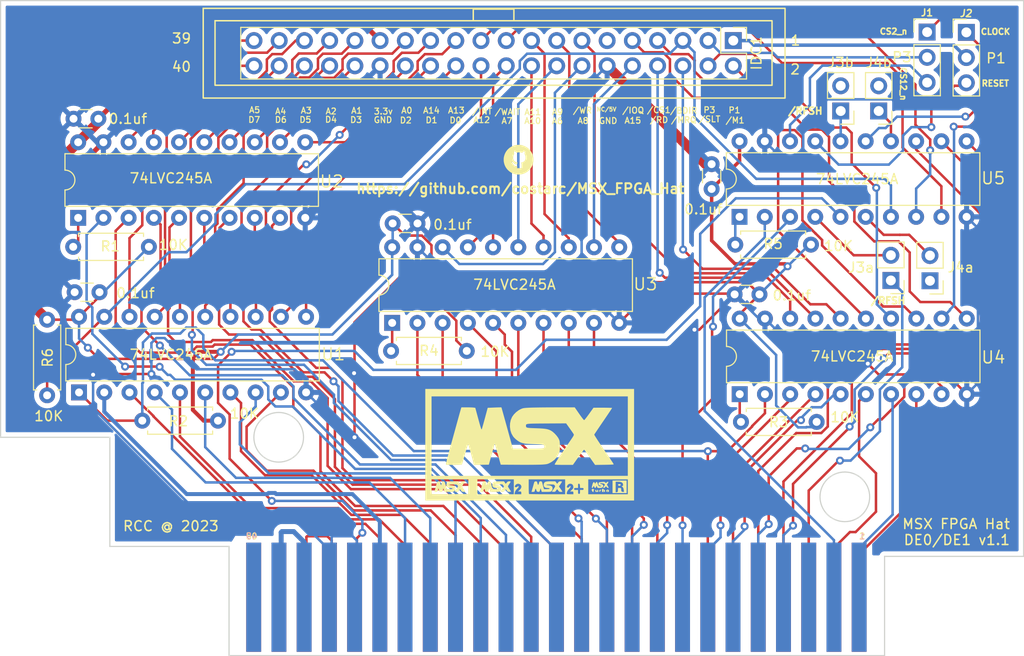
<source format=kicad_pcb>
(kicad_pcb (version 20211014) (generator pcbnew)
  (title_block (title "MSX FPGA Hat") (date "2023-01-31") (rev "1.1") (company "RCC") (comment 1 "Compatible with Terasic DE2-70 & DE2-115") (comment 2 "Designed for Terasic DE0 & DE1"))
  (layers (0 "F.Cu" signal) (31 "B.Cu" signal) (34 "B.Paste" user) (35 "F.Paste" user) (36 "B.SilkS" user "B.Silkscreen") (37 "F.SilkS" user "F.Silkscreen") (38 "B.Mask" user) (39 "F.Mask" user) (44 "Edge.Cuts" user))
  (net 0 "")
  (net 1 "GNDREF")
  (net 2 "{slash}C_CS1")
  (net 3 "{slash}C_CS12")
  (net 4 "{slash}C_SLTSL")
  (net 5 "C_A15")
  (net 6 "{slash}C_IORQ")
  (net 7 "+5V")
  (net 8 "C_A12")
  (net 9 "{slash}C_MREQ")
  (net 10 "C_A11")
  (net 11 "C_A10")
  (net 12 "{slash}C_RD")
  (net 13 "C_A9")
  (net 14 "{slash}C_RESET")
  (net 15 "C_A8")
  (net 16 "C_CLOCK")
  (net 17 "C_D7")
  (net 18 "C_A6")
  (net 19 "C_D6")
  (net 20 "C_D5")
  (net 21 "C_D4")
  (net 22 "C_D3")
  (net 23 "C_D2")
  (net 24 "C_D1")
  (net 25 "C_D0")
  (net 26 "+12V")
  (net 27 "-12V")
  (net 28 "{slash}C_M1")
  (net 29 "{slash}C_RFSH")
  (net 30 "{slash}C_CS2")
  (net 31 "{slash}C_WAIT")
  (net 32 "Net-(J3a1-Pad2)")
  (net 35 "{slash}CS1")
  (net 36 "{slash}CS2")
  (net 37 "{slash}CS12")
  (net 38 "{slash}SLTSL")
  (net 39 "{slash}RFSH")
  (net 40 "{slash}WAIT")
  (net 41 "{slash}INT")
  (net 42 "{slash}M1")
  (net 43 "{slash}BUSDIR")
  (net 44 "{slash}IORQ")
  (net 45 "{slash}MREQ")
  (net 46 "{slash}WR")
  (net 47 "{slash}RD")
  (net 48 "{slash}RESET")
  (net 49 "A9")
  (net 50 "A15")
  (net 51 "A11")
  (net 52 "A10")
  (net 53 "A7")
  (net 54 "A6")
  (net 55 "A12")
  (net 56 "A8")
  (net 57 "A14")
  (net 58 "A13")
  (net 59 "A1")
  (net 60 "A0")
  (net 61 "A3")
  (net 62 "A2")
  (net 63 "A5")
  (net 64 "A4")
  (net 65 "D1")
  (net 66 "D0")
  (net 67 "D3")
  (net 68 "D2")
  (net 69 "D5")
  (net 70 "D4")
  (net 71 "D7")
  (net 72 "D6")
  (net 73 "CLOCK")
  (net 74 "SOUNDIN")
  (net 75 "C_CLK_OR_RST")
  (net 76 "C_A7")
  (net 77 "C_A5")
  (net 78 "C_A4")
  (net 79 "C_A3")
  (net 80 "C_A2")
  (net 81 "C_A1")
  (net 82 "C_A0")
  (net 83 "C_A14")
  (net 84 "C_A13")
  (net 85 "{slash}C_WR")
  (net 86 "Net-(R1-Pad2)")
  (net 87 "Net-(R3-Pad2)")
  (net 88 "C_CS2_CS12")
  (net 90 "Net-(R4-Pad2)")
  (net 91 "Net-(R5-Pad2)")
  (net 92 "Net-(J3b1-Pad1)")
  (net 93 "SW1")
  (net 94 "Vdd")
  (net 96 "Net-(J4a1-Pad2)")
  (net 97 "{slash}C_INT")
  (net 98 "{slash}C_BUSDIR")
  (net 99 "Net-(J4b1-Pad1)")
  (footprint "Capacitor_THT:C_Disc_D3.0mm_W1.6mm_P2.50mm" (layer "F.Cu") (at 59.396659 49.582291)
    (fp_text reference "C1" hide)
    (fp_text value "0.1uf")
  )
  (footprint "Package_DIP:DIP-20_W7.62mm" (layer "F.Cu") (at 91.365 52.675 90)
    (fp_text reference "U3")
    (fp_text value "74LVC245A")
  )
  (footprint "Connector_PinHeader_2.54mm:PinHeader_1x02_P2.54mm_Vertical" (layer "F.Cu") (at 136.525 31.325 180)
    (fp_text reference "J3b1" hide)
    (fp_text value "J3b")
  )
  (footprint "Capacitor_THT:C_Disc_D3.0mm_W1.6mm_P2.50mm" (layer "F.Cu") (at 93.915 42.65 180)
    (fp_text reference "C3" hide)
    (fp_text value "0.1uf")
  )
  (footprint "Capacitor_THT:C_Disc_D3.0mm_W1.6mm_P2.50mm" (layer "F.Cu") (at 59.282166 32.103329)
    (fp_text reference "C2" hide)
    (fp_text value "0.1uf")
  )
  (footprint "Connector_PinHeader_2.54mm:PinHeader_1x02_P2.54mm_Vertical" (layer "F.Cu") (at 145.51 48.43 180)
    (fp_text reference "J4a1" hide)
    (fp_text value "J4a")
  )
  (footprint "Connector_PinHeader_2.54mm:PinHeader_2x20_P2.54mm_Vertical" (layer "F.Cu") (at 125.71 24.23 -90)
    (fp_text reference "IDC1")
    (fp_text value "DE1 GPIO")
  )
  (footprint "Connector_PinHeader_2.54mm:PinHeader_1x02_P2.54mm_Vertical" (layer "F.Cu") (at 140.35 31.325 180)
    (fp_text reference "J4b1" hide)
    (fp_text value "J4b")
  )
  (footprint "Capacitor_THT:C_Disc_D3.0mm_W1.6mm_P2.50mm" (layer "F.Cu") (at 123.53 36.68 -90)
    (fp_text reference "C5" hide)
    (fp_text value "0.1uf")
  )
  (footprint "Package_DIP:DIP-20_W7.62mm" (layer "F.Cu") (at 126.340094 41.991078 90)
    (fp_text reference "U5")
    (fp_text value "74LVC245A")
  )
  (footprint "Resistor_THT:R_Axial_DIN0207_L6.3mm_D2.5mm_P7.62mm_Horizontal" (layer "F.Cu") (at 98.875 55.5 180)
    (fp_text reference "R4")
    (fp_text value "10K")
  )
  (footprint "Roni Footprints:MSX_CART" (layer "F.Cu") (at 101.6 50.8)
    (fp_text reference "CONN1" hide)
    (fp_text value "MSX_BUS")
    (fp_line (start -49.66 13.4) (end -38.66 13.4) (layer "Edge.Cuts") (width 0.12))
    (fp_line (start -38.66 24.4) (end -26.66 24.4) (layer "Edge.Cuts") (width 0.12))
    (fp_line (start -49.66 13.4) (end -49.66 -30.6) (layer "Edge.Cuts") (width 0.12))
    (fp_line (start 53.34 -30.6) (end -49.66 -30.6) (layer "Edge.Cuts") (width 0.12))
    (fp_line (start -38.66 13.4) (end -38.66 24.4) (layer "Edge.Cuts") (width 0.12))
    (fp_line (start -26.66 35.4) (end 39.34 35.4) (layer "Edge.Cuts") (width 0.12))
    (fp_line (start 39.34 25.4) (end 53.34 25.4) (layer "Edge.Cuts") (width 0.12))
    (fp_line (start 39.34 25.4) (end 39.34 35.4) (layer "Edge.Cuts") (width 0.12))
    (fp_line (start -26.66 35.4) (end -26.66 24.4) (layer "Edge.Cuts") (width 0.12))
    (fp_line (start 53.34 -30.6) (end 53.34 25.4) (layer "Edge.Cuts") (width 0.12))
    (fp_circle (center -21.66 13.4) (end -19.16 13.4) (layer "Edge.Cuts") (width 0.12) (fill none))
    (fp_circle (center 35.34 19.4) (end 37.84 19.4) (layer "Edge.Cuts") (width 0.12) (fill none))
  )
  (footprint "Resistor_THT:R_Axial_DIN0207_L6.3mm_D2.5mm_P7.62mm_Horizontal" (layer "F.Cu") (at 134.1 62.65 180)
    (fp_text reference "R3")
    (fp_text value "10K")
  )
  (footprint "Resistor_THT:R_Axial_DIN0207_L6.3mm_D2.5mm_P7.62mm_Horizontal" (layer "F.Cu") (at 133.528705 44.789838 180)
    (fp_text reference "R5")
    (fp_text value "10K")
  )
  (footprint "Resistor_THT:R_Axial_DIN0207_L6.3mm_D2.5mm_P7.62mm_Horizontal" (layer "F.Cu") (at 73.826094 62.523366 180)
    (fp_text reference "R2")
    (fp_text value "10K")
  )
  (footprint "Package_DIP:DIP-20_W7.62mm" (layer "F.Cu") (at 59.838625 59.68 90)
    (fp_text reference "U1")
    (fp_text value "74LVC245A")
  )
  (footprint "Resistor_THT:R_Axial_DIN0207_L6.3mm_D2.5mm_P7.62mm_Horizontal" (layer "F.Cu") (at 56.625 52.35 -90)
    (fp_text reference "R6")
    (fp_text value "10K")
  )
  (footprint "Package_DIP:DIP-20_W7.62mm" (layer "F.Cu") (at 59.751269 42.09075 90)
    (fp_text reference "U2")
    (fp_text value "74LVC245A")
  )
  (footprint "Connector_PinHeader_2.54mm:PinHeader_1x02_P2.54mm_Vertical" (layer "F.Cu") (at 141.575 48.4 180)
    (fp_text reference "J3a1" hide)
    (fp_text value "J3a")
  )
  (footprint "Resistor_THT:R_Axial_DIN0207_L6.3mm_D2.5mm_P7.62mm_Horizontal" (layer "F.Cu") (at 66.87 45.01 180)
    (fp_text reference "R1")
    (fp_text value "10K")
  )
  (footprint "Capacitor_THT:C_Disc_D3.0mm_W1.6mm_P2.50mm" (layer "F.Cu") (at 125.844258 49.804272)
    (fp_text reference "C4" hide)
    (fp_text value "0.1uf")
  )
  (footprint "LOGO" (layer "F.Cu") (at 104.09 36.23)
    (fp_text reference "G***" hide)
    (fp_text value "LOGO" hide)
  )
  (footprint "Connector_PinHeader_2.54mm:PinHeader_1x03_P2.54mm_Vertical" (layer "F.Cu") (at 149.175 23.4)
    (fp_text reference "J2")
    (fp_text value "J2" hide)
  )
  (footprint "LOGO" (layer "F.Cu") (at 105.19028 64.93028)
    (fp_text reference "G***" hide)
    (fp_text value "LOGO" hide)
  )
  (footprint "Connector_PinHeader_2.54mm:PinHeader_1x03_P2.54mm_Vertical" (layer "F.Cu") (at 145.225 23.375)
    (fp_text reference "J1")
    (fp_text value "J1")
  )
  (footprint "Package_DIP:DIP-20_W7.62mm" (layer "F.Cu") (at 126.356514 59.858244 90)
    (fp_text reference "U4")
    (fp_text value "74LVC245A")
  )
  (gr_rect (start 72.34 20.98) (end 130.92 30.02) (layer "F.SilkS") (width 0.15) (fill none))
  (gr_rect (start 129.61 22.23) (end 73.53 28.73) (layer "F.SilkS") (width 0.15) (fill none))
  (gr_rect (start 99.53 21.06) (end 103.62 22.23) (layer "F.SilkS") (width 0.15) (fill none))
  (gr_text "1" (at 138.684 74.168) (layer "B.SilkS") (effects (font (size 0.6 0.6) (thickness 0.11)) (justify mirror)))
  (gr_text "49" (at 77.216 74.168) (layer "B.SilkS") (effects (font (size 0.6 0.6) (thickness 0.11)) (justify mirror)))
  (gr_text "/MRQ" (at 120.716396 32.225) (layer "F.SilkS") (effects (font (size 0.6 0.6) (thickness 0.11))))
  (gr_text "CS2_n" (at 141.842898 23.306686) (layer "F.SilkS") (effects (font (size 0.6 0.6))))
  (gr_text "D5" (at 82.626396 32.205) (layer "F.SilkS") (effects (font (size 0.6 0.6) (thickness 0.11))))
  (gr_text "A11" (at 105.516396 31.435) (layer "F.SilkS") (effects (font (size 0.6 0.6) (thickness 0.11))))
  (gr_text "GND" (at 90.436396 32.225) (layer "F.SilkS") (effects (font (size 0.6 0.6) (thickness 0.11))))
  (gr_text "A7" (at 102.926396 32.315) (layer "F.SilkS") (effects (font (size 0.6 0.6) (thickness 0.11))))
  (gr_text "D2" (at 92.736396 32.265) (layer "F.SilkS") (effects (font (size 0.6 0.6) (thickness 0.11))))
  (gr_text "/IOQ" (at 115.626396 31.265) (layer "F.SilkS") (effects (font (size 0.6 0.6) (thickness 0.11))))
  (gr_text "A0" (at 92.836396 31.265) (layer "F.SilkS") (effects (font (size 0.6 0.6) (thickness 0.11))))
  (gr_text "/RD" (at 118.226396 32.225) (layer "F.SilkS") (effects (font (size 0.6 0.6) (thickness 0.11))))
  (gr_text "A3" (at 82.716396 31.275) (layer "F.SilkS") (effects (font (size 0.6 0.6) (thickness 0.11))))
  (gr_text "/CS1" (at 118.206396 31.225) (layer "F.SilkS") (effects (font (size 0.6 0.6) (thickness 0.11))))
  (gr_text "3.3v" (at 90.476396 31.365) (layer "F.SilkS") (effects (font (size 0.6 0.6) (thickness 0.11))))
  (gr_text "D3" (at 87.731396 32.215) (layer "F.SilkS") (effects (font (size 0.6 0.6) (thickness 0.11))))
  (gr_text "A12" (at 100.376396 32.225) (layer "F.SilkS") (effects (font (size 0.6 0.6) (thickness 0.11))))
  (gr_text "https://github.com/costarc/MSX_FPGA_Hat" (at 104.27 39.15) (layer "F.SilkS") (effects (font (size 1 1) (thickness 0.2))))
  (gr_text "/M1" (at 125.886396 32.265) (layer "F.SilkS") (effects (font (size 0.6 0.6) (thickness 0.11))))
  (gr_text "A13" (at 97.826396 31.265) (layer "F.SilkS") (effects (font (size 0.6 0.6) (thickness 0.11))))
  (gr_text "A2" (at 85.216396 31.355) (layer "F.SilkS") (effects (font (size 0.6 0.6) (thickness 0.11))))
  (gr_text "A6" (at 107.996396 32.335) (layer "F.SilkS") (effects (font (size 0.6 0.6) (thickness 0.11))))
  (gr_text "/BDIR" (at 120.706396 31.285) (layer "F.SilkS") (effects (font (size 0.6 0.6) (thickness 0.11))))
  (gr_text "D1" (at 95.326396 32.245) (layer "F.SilkS") (effects (font (size 0.6 0.6) (thickness 0.11))))
  (gr_text "1" (at 131.98 24.22) (layer "F.SilkS") (effects (font (size 1 1))))
  (gr_text "A9" (at 108.006396 31.415) (layer "F.SilkS") (effects (font (size 0.6 0.6) (thickness 0.11))))
  (gr_text "RESET" (at 152.09 28.54) (layer "F.SilkS") (effects (font (size 0.6 0.6))))
  (gr_text "D4" (at 85.206396 32.185) (layer "F.SilkS") (effects (font (size 0.6 0.6) (thickness 0.11))))
  (gr_text "/WAIT" (at 102.976396 31.415) (layer "F.SilkS") (effects (font (size 0.6 0.6) (thickness 0.11))))
  (gr_text "2" (at 131.94 27.13) (layer "F.SilkS") (effects (font (size 1 1))))
  (gr_text "39" (at 70.16 24.01) (layer "F.SilkS") (effects (font (size 1 1))))
  (gr_text "A1" (at 87.796396 31.285) (layer "F.SilkS") (effects (font (size 0.6 0.6) (thickness 0.11))))
  (gr_text "/INT" (at 100.426396 31.365) (layer "F.SilkS") (effects (font (size 0.6 0.6) (thickness 0.11))))
  (gr_text "GND" (at 113.106396 32.315) (layer "F.SilkS") (effects (font (size 0.6 0.6) (thickness 0.11))))
  (gr_text "P1" (at 152.16 26.01) (layer "F.SilkS") (effects (font (size 1 1))))
  (gr_text "A15" (at 115.596396 32.285) (layer "F.SilkS") (effects (font (size 0.6 0.6) (thickness 0.11))))
  (gr_text "D0" (at 97.736396 32.265) (layer "F.SilkS") (effects (font (size 0.6 0.6) (thickness 0.11))))
  (gr_text "A8" (at 110.586396 32.315) (layer "F.SilkS") (effects (font (size 0.6 0.6) (thickness 0.11))))
  (gr_text "A10" (at 105.506396 32.315) (layer "F.SilkS") (effects (font (size 0.6 0.6) (thickness 0.11))))
  (gr_text "50" (at 77.216 74.168) (layer "F.SilkS") (effects (font (size 0.6 0.6) (thickness 0.11))))
  (gr_text "A14" (at 95.316396 31.265) (layer "F.SilkS") (effects (font (size 0.6 0.6) (thickness 0.11))))
  (gr_text "A4" (at 80.136396 31.355) (layer "F.SilkS") (effects (font (size 0.6 0.6) (thickness 0.11))))
  (gr_text "MSX FPGA Hat\nDE0/DE1 v1.1" (at 153.650817 73.743452) (layer "F.SilkS") (effects (font (size 1 1)) (justify right)))
  (gr_text "2" (at 138.684 74.168) (layer "F.SilkS") (effects (font (size 0.6 0.6) (thickness 0.11))))
  (gr_text "CS12_n" (at 142.825 28.6 270) (layer "F.SilkS") (effects (font (size 0.6 0.6))))
  (gr_text "/RFSH" (at 141.29 50.44) (layer "F.SilkS") (effects (font (size 0.7 0.7) (thickness 0.175))))
  (gr_text "/WR" (at 110.526396 31.265) (layer "F.SilkS") (effects (font (size 0.6 0.6) (thickness 0.11))))
  (gr_text "/SLT" (at 123.326396 32.145) (layer "F.SilkS") (effects (font (size 0.6 0.6) (thickness 0.11))))
  (gr_text "D6" (at 80.156396 32.205) (layer "F.SilkS") (effects (font (size 0.6 0.6) (thickness 0.11))))
  (gr_text "/RFSH" (at 132.96 31.32) (layer "F.SilkS") (effects (font (size 0.7 0.7) (thickness 0.175))))
  (gr_text "P1" (at 125.826396 31.245) (layer "F.SilkS") (effects (font (size 0.6 0.6) (thickness 0.11))))
  (gr_text "NC/5V" (at 112.946396 31.155) (layer "F.SilkS") (effects (font (size 0.4 0.4) (thickness 0.1))))
  (gr_text "CLOCK" (at 152.11 23.33) (layer "F.SilkS") (effects (font (size 0.6 0.6))))
  (gr_text "P3" (at 123.306396 31.225) (layer "F.SilkS") (effects (font (size 0.6 0.6) (thickness 0.11))))
  (gr_text "P3" (at 142.69 25.9) (layer "F.SilkS") (effects (font (size 1 1))))
  (gr_text "RCC @ 2023" (at 69.088 73.152) (layer "F.SilkS") (effects (font (size 1 1))))
  (gr_text "A5" (at 77.516396 31.225) (layer "F.SilkS") (effects (font (size 0.6 0.6) (thickness 0.11))))
  (gr_text "40" (at 70.15 26.87) (layer "F.SilkS") (effects (font (size 1 1))))
  (gr_text "D7" (at 77.476396 32.205) (layer "F.SilkS") (effects (font (size 0.6 0.6) (thickness 0.11))))
  (segment (start 125.844258 49.804272) (end 122.28853 53.36) (width 0.25) (layer "F.Cu") (net 1))
  (segment (start 67.125 57.825) (end 61.325 57.825) (width 0.25) (layer "F.Cu") (net 1))
  (segment (start 87.575 52.606582) (end 91.915791 48.265791) (width 0.25) (layer "F.Cu") (net 1))
  (segment (start 122.28853 53.36) (end 121.8 53.36) (width 0.25) (layer "F.Cu") (net 1))
  (segment (start 55.975846 40.786173) (end 55.975846 46.161478) (width 0.5) (layer "F.Cu") (net 1))
  (segment (start 55.975846 46.161478) (end 59.396659 49.582291) (width 0.5) (layer "F.Cu") (net 1))
  (segment (start 87.575 64.2) (end 87.575 52.606582) (width 0.25) (layer "F.Cu") (net 1))
  (segment (start 147.22827 57.87) (end 149.216514 59.858244) (width 0.25) (layer "F.Cu") (net 1))
  (segment (start 122.92 36.68) (end 123.53 36.68) (width 1) (layer "F.Cu") (net 1))
  (segment (start 125.764986 49.725) (end 125.844258 49.804272) (width 0.25) (layer "F.Cu") (net 1))
  (segment (start 117.175 49.725) (end 125.764986 49.725) (width 0.25) (layer "F.Cu") (net 1))
  (segment (start 139.25 56.78) (end 140.34 57.87) (width 0.25) (layer "F.Cu") (net 1))
  (segment (start 140.34 57.87) (end 147.22827 57.87) (width 0.25) (layer "F.Cu") (net 1))
  (segment (start 61.325 57.825) (end 61.275 57.875) (width 0.25) (layer "F.Cu") (net 1))
  (segment (start 113.01 26.77) (end 122.92 36.68) (width 1) (layer "F.Cu") (net 1))
  (segment (start 91.915791 48.265791) (end 93.905 46.276582) (width 0.25) (layer "F.Cu") (net 1))
  (segment (start 93.905 46.276582) (end 93.905 45.055) (width 0.25) (layer "F.Cu") (net 1))
  (segment (start 62.291269 34.47075) (end 55.975846 40.786173) (width 0.5) (layer "F.Cu") (net 1))
  (segment (start 114.225 52.675) (end 117.175 49.725) (width 0.25) (layer "F.Cu") (net 1))
  (via (at 67.125 57.825) (size 0.8) (drill 0.4) (layers "F.Cu" "B.Cu") (net 1))
  (via (at 61.253625 57.896375) (size 0.8) (drill 0.4) (layers "F.Cu" "B.Cu") (net 1))
  (via (at 87.575 64.2) (size 0.8) (drill 0.4) (layers "F.Cu" "B.Cu") (net 1))
  (via (at 121.8 53.36) (size 0.8) (drill 0.4) (layers "F.Cu" "B.Cu") (net 1))
  (via (at 139.25 56.78) (size 0.8) (drill 0.4) (layers "F.Cu" "B.Cu") (net 1))
  (via (at 87.53 57.74) (size 0.8) (drill 0.4) (layers "F.Cu" "B.Cu") (net 1))
  (segment (start 114.225 52.675) (end 114.225 49.435) (width 0.25) (layer "B.Cu") (net 1))
  (segment (start 58.42 50.55895) (end 58.42 55.012436) (width 0.25) (layer "B.Cu") (net 1))
  (segment (start 143.86 30.81) (end 143.2 30.15) (width 0.25) (layer "B.Cu") (net 1))
  (segment (start 138.13 55.66) (end 132.31827 55.66) (width 0.25) (layer "B.Cu") (net 1))
  (segment (start 93.915 42.65) (end 93.915 45.045) (width 0.25) (layer "B.Cu") (net 1))
  (segment (start 110.44 29.34) (end 113.01 26.77) (width 0.25) (layer "B.Cu") (net 1))
  (segment (start 83.952019 40.75) (end 92.015 40.75) (width 1) (layer "B.Cu") (net 1))
  (segment (start 58.42 55.012436) (end 60.123782 56.716218) (width 0.25) (layer "B.Cu") (net 1))
  (segment (start 85.344 74.168) (end 85.269749 74.242251) (width 0.25) (layer "B.Cu") (net 1))
  (segment (start 92.015 40.75) (end 93.915 42.65) (width 1) (layer "B.Cu") (net 1))
  (segment (start 132.75 32.325) (end 132.75 35.225) (width 0.25) (layer "B.Cu") (net 1))
  (segment (start 132.31827 55.66) (end 128.896514 52.238244) (width 0.25) (layer "B.Cu") (net 1))
  (segment (start 61.253625 57.896375) (end 61.253625 57.846062) (width 0.25) (layer "B.Cu") (net 1))
  (segment (start 132.75 35.225) (end 132 35.975) (width 0.25) (layer "B.Cu") (net 1))
  (segment (start 151.725 32.945) (end 149.59 30.81) (width 0.25) (layer "B.Cu") (net 1))
  (segment (start 87.809749 80.509983) (end 87.809749 74.601749) (width 0.25) (layer "B.Cu") (net 1))
  (segment (start 61.253625 61.253625) (end 61.253625 57.896375) (width 0.25) (layer "B.Cu") (net 1))
  (segment (start 87.809749 74.601749) (end 87.376 74.168) (width 0.25) (layer "B.Cu") (net 1))
  (segment (start 61.253625 57.846062) (end 60.223967 56.816403) (width 0.25) (layer "B.Cu") (net 1))
  (segment (start 82.611269 42.09075) (end 83.952019 40.75) (width 1) (layer "B.Cu") (net 1))
  (segment (start 134.925 30.15) (end 132.75 32.325) (width 0.25) (layer "B.Cu") (net 1))
  (segment (start 99.575 50.725) (end 112.275 50.725) (width 0.25) (layer "B.Cu") (net 1))
  (segment (start 85.269749 74.242251) (end 85.269749 80.509983) (width 0.25) (layer "B.Cu") (net 1))
  (segment (start 71.671 57.346) (end 69.625 55.3) (width 0.25) (layer "B.Cu") (net 1))
  (segment (start 87.218625 64.2) (end 87.575 64.2) (width 0.25) (layer "B.Cu") (net 1))
  (segment (start 67.125 55.325) (end 67.125 57.825) (width 0.25) (layer "B.Cu") (net 1))
  (segment (start 149.59 30.81) (end 143.86 30.81) (width 0.25) (layer "B.Cu") (net 1))
  (segment (start 59.396659 49.582291) (end 58.42 50.55895) (width 0.25) (layer "B.Cu") (net 1))
  (segment (start 125.844258 49.804272) (end 128.27823 52.238244) (width 0.25) (layer "B.Cu") (net 1))
  (segment (start 112.275 50.725) (end 114.225 52.675) (width 0.25) (layer "B.Cu") (net 1))
  (segment (start 68.45 54.2) (end 67.625 54.2) (width 0.25) (layer "B.Cu") (net 1))
  (segment (start 85.042025 75.564405) (end 81.86762 72.39) (width 0.25) (layer "B.Cu") (net 1))
  (segment (start 149.200094 41.991078) (end 149.200094 39.799906) (width 0.25) (layer "B.Cu") (net 1))
  (segment (start 68.825 54.575) (end 68.45 54.2) (width 0.25) (layer "B.Cu") (net 1))
  (segment (start 132 35.975) (end 130.484016 35.975) (width 0.25) (layer "B.Cu") (net 1))
  (segment (start 143.2 30.15) (end 134.925 30.15) (width 0.25) (layer "B.Cu") (net 1))
  (segment (start 81.546 57.346) (end 71.671 57.346) (width 0.25) (layer "B.Cu") (net 1))
  (segment (start 87.376 74.168) (end 85.344 74.168) (width 0.25) (layer "B.Cu") (net 1))
  (segment (start 81.86762 72.39) (end 72.39 72.39) (width 0.25) (layer "B.Cu") (net 1))
  (segment (start 110.44 45.65) (end 110.44 29.34) (width 0.25) (layer "B.Cu") (net 1))
  (segment (start 82.698625 59.68) (end 82.698625 58.498625) (width 0.25) (layer "B.Cu") (net 1))
  (segment (start 68.062019 28.7) (end 62.291269 34.47075) (width 0.5) (layer "B.Cu") (net 1))
  (segment (start 150.341514 58.733244) (end 150.341514 43.132498) (width 0.25) (layer "B.Cu") (net 1))
  (segment (start 93.915 45.045) (end 93.905 45.055) (width 0.25) (layer "B.Cu") (net 1))
  (segment (start 150.341514 58.733244) (end 149.216514 59.858244) (width 0.25) (layer "B.Cu") (net 1))
  (segment (start 128.27823 52.238244) (end 128.896514 52.238244) (width 0.25) (layer "B.Cu") (net 1))
  (segment (start 61.649588 34.47075) (end 62.291269 34.47075) (width 0.5) (layer "B.Cu") (net 1))
  (segment (start 139.25 56.78) (end 138.13 55.66) (width 0.25) (layer "B.Cu") (net 1))
  (segment (start 93.905 45.055) (end 99.575 50.725) (width 0.25) (layer "B.Cu") (net 1))
  (segment (start 85.042025 80.314405) (end 85.042025 75.564405) (width 0.25) (layer "B.Cu") (net 1))
  (segment (start 130.484016 35.975) (end 128.880094 34.371078) (width 0.25) (layer "B.Cu") (net 1))
  (segment (start 60.123782 56.716218) (end 60.223967 56.816403) (width 0.25) (layer "B.Cu") (net 1))
  (segment (start 72.39 72.39) (end 61.253625 61.253625) (width 0.25) (layer "B.Cu") (net 1))
  (segment (start 149.200094 39.799906) (end 151.725 37.275) (width 0.25) (layer "B.Cu") (net 1))
  (segment (start 68.9 54.575) (end 68.825 54.575) (width 0.25) (layer "B.Cu") (net 1))
  (segment (start 82.698625 58.498625) (end 81.546 57.346) (width 0.25) (layer "B.Cu") (net 1))
  (segment (start 82.698625 59.68) (end 87.218625 64.2) (width 0.25) (layer "B.Cu") (net 1))
  (segment (start 69.625 55.3) (end 68.9 54.575) (width 0.25) (layer "B.Cu") (net 1))
  (segment (start 67.625 54.2) (end 67.125 54.7) (width 0.25) (layer "B.Cu") (net 1))
  (segment (start 150.341514 43.132498) (end 149.200094 41.991078) (width 0.25) (layer "B.Cu") (net 1))
  (segment (start 88.22 28.7) (end 68.062019 28.7) (width 0.5) (layer "B.Cu") (net 1))
  (segment (start 67.125 54.7) (end 67.125 55.325) (width 0.25) (layer "B.Cu") (net 1))
  (segment (start 151.725 37.275) (end 151.725 32.945) (width 0.25) (layer "B.Cu") (net 1))
  (segment (start 90.15 26.77) (end 88.22 28.7) (width 0.5) (layer "B.Cu") (net 1))
  (segment (start 114.225 49.435) (end 110.44 45.65) (width 0.25) (layer "B.Cu") (net 1))
  (segment (start 59.282166 32.103329) (end 61.649588 34.47075) (width 0.5) (layer "B.Cu") (net 1))
  (segment (start 121.655 26.055) (end 121.805 26.205) (width 0.25) (layer "F.Cu") (net 2))
  (segment (start 133.994696 43.664838) (end 134.653705 44.323847) (width 0.25) (layer "F.Cu") (net 2))
  (segment (start 126.746396 29.55) (end 130.442474 33.246078) (width 0.25) (layer "F.Cu") (net 2))
  (segment (start 132.67 42.345) (end 133.989838 43.664838) (width 0.25) (layer "F.Cu") (net 2))
  (segment (start 121.805 27.325) (end 124.03 29.55) (width 0.25) (layer "F.Cu") (net 2))
  (segment (start 121.655 26.055) (end 121.195 25.595) (width 0.25) (layer "F.Cu") (net 2))
  (segment (start 118.096396 24.23) (end 118.09 24.23) (width 0.25) (layer "F.Cu") (net 2))
  (segment (start 121.655 26.055) (end 121.84 26.24) (width 0.25) (layer "F.Cu") (net 2))
  (segment (start 140.8 51.025) (end 142.92327 51.025) (width 0.25) (layer "F.Cu") (net 2))
  (segment (start 134.653705 44.878705) (end 140.8 51.025) (width 0.25) (layer "F.Cu") (net 2))
  (segment (start 142.92327 51.025) (end 144.136514 52.238244) (width 0.25) (layer "F.Cu") (net 2))
  (segment (start 130.442474 33.246078) (end 131.886085 33.246078) (width 0.25) (layer "F.Cu") (net 2))
  (segment (start 133.989838 43.664838) (end 133.994696 43.664838) (width 0.25) (layer "F.Cu") (net 2))
  (segment (start 121.805 26.205) (end 121.805 27.325) (width 0.25) (layer "F.Cu") (net 2))
  (segment (start 119.461396 25.595) (end 118.096396 24.23) (width 0.25) (layer "F.Cu") (net 2))
  (segment (start 134.653705 44.323847) (end 134.653705 44.878705) (width 0.25) (layer "F.Cu") (net 2))
  (segment (start 121.195 25.595) (end 119.461396 25.595) (width 0.25) (layer "F.Cu") (net 2))
  (segment (start 124.03 29.55) (end 126.746396 29.55) (width 0.25) (layer "F.Cu") (net 2))
  (segment (start 131.886085 33.246078) (end 132.67 34.029993) (width 0.25) (layer "F.Cu") (net 2))
  (segment (start 132.67 34.029993) (end 132.67 42.345) (width 0.25) (layer "F.Cu") (net 2))
  (segment (start 131.420094 32.729906) (end 131.420094 34.371078) (width 0.25) (layer "B.Cu") (net 3))
  (segment (start 133.425 30.725) (end 131.420094 32.729906) (width 0.25) (layer "B.Cu") (net 3))
  (segment (start 145.225 28.455) (end 143.52 26.75) (width 0.25) (layer "B.Cu") (net 3))
  (segment (start 133.425 28) (end 133.425 30.725) (width 0.25) (layer "B.Cu") (net 3))
  (segment (start 134.675 26.75) (end 133.425 28) (width 0.25) (layer "B.Cu") (net 3))
  (segment (start 143.52 26.75) (end 134.675 26.75) (width 0.25) (layer "B.Cu") (net 3))
  (segment (start 124.37 25.57) (end 123.17 26.77) (width 0.25) (layer "F.Cu") (net 4))
  (segment (start 137.626285 36.586285) (end 137.626285 33.536285) (width 0.25) (layer "F.Cu") (net 4))
  (segment (start 140.1 39.06) (end 137.626285 36.586285) (width 0.25) (layer "F.Cu") (net 4))
  (segment (start 137.626285 33.536285) (end 137.08 32.99) (width 0.25) (layer "F.Cu") (net 4))
  (segment (start 127.72 25.57) (end 124.37 25.57) (width 0.25) (layer "F.Cu") (net 4))
  (segment (start 135.14 32.99) (end 127.72 25.57) (width 0.25) (layer "F.Cu") (net 4))
  (segment (start 137.08 32.99) (end 135.14 32.99) (width 0.25) (layer "F.Cu") (net 4))
  (via (at 140.1 39.06) (size 0.8) (drill 0.4) (layers "F.Cu" "B.Cu") (net 4))
  (segment (start 140.165094 39.135094) (end 140.08 39.05) (width 0.25) (layer "B.Cu") (net 4))
  (segment (start 140.165094 50.806824) (end 140.165094 39.135094) (width 0.25) (layer "B.Cu") (net 4))
  (segment (start 141.596514 52.238244) (end 140.165094 50.806824) (width 0.25) (layer "B.Cu") (net 4))
  (segment (start 115.55 26.77) (end 111.685 30.635) (width 0.25) (layer "B.Cu") (net 5))
  (segment (start 111.685 30.635) (end 111.685 45.055) (width 0.25) (layer "B.Cu") (net 5))
  (segment (start 130.225 43.40673) (end 130.225 33.665) (width 0.25) (layer "F.Cu") (net 6))
  (segment (start 126.56 30) (end 121.7 30) (width 0.25) (layer "F.Cu") (net 6))
  (segment (start 118.63 25.41) (end 116.73 25.41) (width 0.25) (layer "F.Cu") (net 6))
  (segment (start 121.7 30) (end 119.33 27.63) (width 0.25) (layer "F.Cu") (net 6))
  (segment (start 139.056514 52.238244) (end 130.225 43.40673) (width 0.25) (layer "F.Cu") (net 6))
  (segment (start 119.33 27.63) (end 119.33 26.11) (width 0.25) (layer "F.Cu") (net 6))
  (segment (start 119.33 26.11) (end 118.63 25.41) (width 0.25) (layer "F.Cu") (net 6))
  (segment (start 130.225 33.665) (end 126.56 30) (width 0.25) (layer "F.Cu") (net 6))
  (segment (start 116.73 25.41) (end 115.55 24.23) (width 0.25) (layer "F.Cu") (net 6))
  (segment (start 80.260003 73.721274) (end 80.189749 73.791528) (width 0.5) (layer "B.Cu") (net 7))
  (segment (start 82.502025 74.758948) (end 82.502025 80.314405) (width 0.5) (layer "B.Cu") (net 7))
  (segment (start 81.443842 73.700765) (end 82.502025 74.758948) (width 0.5) (layer "B.Cu") (net 7))
  (segment (start 80.189749 74.810251) (end 80.189749 80.509983) (width 0.25) (layer "B.Cu") (net 7))
  (segment (start 80.264 74.168) (end 80.189749 74.242251) (width 0.25) (layer "B.Cu") (net 7))
  (segment (start 80.189749 73.791528) (end 80.189749 74.810251) (width 0.5) (layer "B.Cu") (net 7))
  (segment (start 80.189749 74.242251) (end 80.189749 74.810251) (width 0.25) (layer "B.Cu") (net 7))
  (segment (start 80.260003 73.721274) (end 80.280512 73.700765) (width 0.5) (layer "B.Cu") (net 7))
  (segment (start 80.280512 73.700765) (end 81.443842 73.700765) (width 0.5) (layer "B.Cu") (net 7))
  (segment (start 100.31 26.77) (end 100.31 43.73) (width 0.25) (layer "F.Cu") (net 8))
  (segment (start 100.31 43.73) (end 98.985 45.055) (width 0.25) (layer "F.Cu") (net 8))
  (segment (start 133.47 50.8) (end 129.895 47.225) (width 0.25) (layer "F.Cu") (net 9))
  (segment (start 135.07827 50.8) (end 133.47 50.8) (width 0.25) (layer "F.Cu") (net 9))
  (segment (start 122.6 47.225) (end 120.6575 45.2825) (width 0.25) (layer "F.Cu") (net 9))
  (segment (start 129.895 47.225) (end 122.6 47.225) (width 0.25) (layer "F.Cu") (net 9))
  (segment (start 136.516514 52.238244) (end 135.07827 50.8) (width 0.25) (layer "F.Cu") (net 9))
  (via (at 120.6575 45.2825) (size 0.8) (drill 0.4) (layers "F.Cu" "B.Cu") (net 9))
  (segment (start 120.63 26.77) (end 120.63 45.13) (width 0.25) (layer "B.Cu") (net 9))
  (segment (start 106.706012 25.546012) (end 105.39 24.23) (width 0.25) (layer "F.Cu") (net 10))
  (segment (start 106.706012 41.706012) (end 106.706012 25.546012) (width 0.25) (layer "F.Cu") (net 10))
  (segment (start 106.706012 41.706012) (end 109.145 44.145) (width 0.25) (layer "F.Cu") (net 10))
  (segment (start 109.145 44.145) (end 109.145 45.055) (width 0.25) (layer "F.Cu") (net 10))
  (segment (start 106.605 45.055) (end 106.605 43.88) (width 0.25) (layer "F.Cu") (net 11))
  (segment (start 105.39 42.665) (end 105.39 26.77) (width 0.25) (layer "F.Cu") (net 11))
  (segment (start 106.605 43.88) (end 105.39 42.665) (width 0.25) (layer "F.Cu") (net 11))
  (segment (start 118.33 47.63) (end 118.3 47.63) (width 0.25) (layer "F.Cu") (net 12))
  (segment (start 129.15 48.125) (end 118.825 48.125) (width 0.25) (layer "F.Cu") (net 12))
  (segment (start 131.436514 50.411514) (end 131.436514 52.238244) (width 0.25) (layer "F.Cu") (net 12))
  (segment (start 118.825 48.125) (end 118.33 47.63) (width 0.25) (layer "F.Cu") (net 12))
  (segment (start 129.15 48.125) (end 131.436514 50.411514) (width 0.25) (layer "F.Cu") (net 12))
  (via (at 118.3 47.63) (size 0.8) (drill 0.4) (layers "F.Cu" "B.Cu") (net 12))
  (segment (start 118.09 47.42) (end 118.09 26.77) (width 0.25) (layer "B.Cu") (net 12))
  (segment (start 118.3 47.63) (end 118.09 47.42) (width 0.25) (layer "B.Cu") (net 12))
  (segment (start 114.225 44.625) (end 114.225 45.055) (width 0.25) (layer "F.Cu") (net 13))
  (segment (start 109.2 39.625) (end 113.575 44) (width 0.25) (layer "F.Cu") (net 13))
  (segment (start 109.2 39.625) (end 109.2 25.5) (width 0.25) (layer "F.Cu") (net 13))
  (segment (start 113.575 44) (end 113.6 44) (width 0.25) (layer "F.Cu") (net 13))
  (segment (start 113.6 44) (end 114.225 44.625) (width 0.25) (layer "F.Cu") (net 13))
  (segment (start 109.2 25.5) (end 107.93 24.23) (width 0.25) (layer "F.Cu") (net 13))
  (segment (start 145.65 31.12) (end 147.99 28.78) (width 0.25) (layer "F.Cu") (net 14))
  (segment (start 145.65 32.95) (end 145.65 31.12) (width 0.25) (layer "F.Cu") (net 14))
  (segment (start 147.99 28.78) (end 148.875 28.78) (width 0.25) (layer "F.Cu") (net 14))
  (segment (start 148.875 28.78) (end 149.175 28.48) (width 0.25) (layer "F.Cu") (net 14))
  (via (at 145.65 32.95) (size 0.8) (drill 0.4) (layers "F.Cu" "B.Cu") (net 14))
  (segment (start 142.800207 33.799793) (end 142.9 33.7) (width 0.25) (layer "B.Cu") (net 14))
  (segment (start 136.314016 36.725) (end 141.375 36.725) (width 0.25) (layer "B.Cu") (net 14))
  (segment (start 143.65 32.95) (end 145.65 32.95) (width 0.25) (layer "B.Cu") (net 14))
  (segment (start 142.800207 35.299793) (end 142.800207 33.799793) (width 0.25) (layer "B.Cu") (net 14))
  (segment (start 142.9 33.7) (end 143.65 32.95) (width 0.25) (layer "B.Cu") (net 14))
  (segment (start 141.375 36.725) (end 142.800207 35.299793) (width 0.25) (layer "B.Cu") (net 14))
  (segment (start 133.960094 34.371078) (end 136.314016 36.725) (width 0.25) (layer "B.Cu") (net 14))
  (segment (start 107.75 29.49) (end 110.47 26.77) (width 0.25) (layer "B.Cu") (net 15))
  (segment (start 96.445 45.055) (end 98.13 46.74) (width 0.25) (layer "B.Cu") (net 15))
  (segment (start 107.75 45.5414) (end 107.75 29.49) (width 0.25) (layer "B.Cu") (net 15))
  (segment (start 98.13 46.74) (end 106.5514 46.74) (width 0.25) (layer "B.Cu") (net 15))
  (segment (start 106.5514 46.74) (end 107.75 45.5414) (width 0.25) (layer "B.Cu") (net 15))
  (segment (start 149.39 31.89) (end 149.08 31.89) (width 0.25) (layer "F.Cu") (net 16))
  (segment (start 150.76 30.52) (end 149.39 31.89) (width 0.25) (layer "F.Cu") (net 16))
  (segment (start 150.76 24.985) (end 150.76 30.52) (width 0.25) (layer "F.Cu") (net 16))
  (segment (start 149.175 23.4) (end 150.76 24.985) (width 0.25) (layer "F.Cu") (net 16))
  (via (at 149.08 31.89) (size 0.8) (drill 0.4) (layers "F.Cu" "B.Cu") (net 16))
  (segment (start 142.19 31.9) (end 149.07 31.9) (width 0.25) (layer "B.Cu") (net 16))
  (segment (start 139.040094 34.371078) (end 140.371172 33.04) (width 0.25) (layer "B.Cu") (net 16))
  (segment (start 141.05 33.04) (end 142.19 31.9) (width 0.25) (layer "B.Cu") (net 16))
  (segment (start 140.371172 33.04) (end 141.05 33.04) (width 0.25) (layer "B.Cu") (net 16))
  (segment (start 64.918625 44.131375) (end 64.918625 52.06) (width 0.25) (layer "F.Cu") (net 17))
  (segment (start 65.745 43.291501) (end 65.745 43.305) (width 0.25) (layer "F.Cu") (net 17))
  (segment (start 66.206708 38.818292) (end 66.206708 42.829793) (width 0.25) (layer "F.Cu") (net 17))
  (segment (start 68.662042 35.662042) (end 68.775 35.775) (width 0.25) (layer "F.Cu") (net 17))
  (segment (start 68.662042 35.662042) (end 68.662042 36.167567) (width 0.25) (layer "F.Cu") (net 17))
  (segment (start 68.775 35.775) (end 68.775 36.25) (width 0.25) (layer "F.Cu") (net 17))
  (segment (start 68.775 36.25) (end 66.206708 38.818292) (width 0.25) (layer "F.Cu") (net 17))
  (segment (start 66.206708 42.829793) (end 65.745 43.291501) (width 0.25) (layer "F.Cu") (net 17))
  (segment (start 65.745 43.305) (end 64.918625 44.131375) (width 0.25) (layer "F.Cu") (net 17))
  (segment (start 68.662042 33.471375) (end 75.363417 26.77) (width 0.25) (layer "F.Cu") (net 17))
  (segment (start 68.662042 35.662042) (end 68.662042 33.471375) (width 0.25) (layer "F.Cu") (net 17))
  (segment (start 75.363417 26.77) (end 77.45 26.77) (width 0.25) (layer "F.Cu") (net 17))
  (segment (start 107.93 26.77) (end 104.065 30.635) (width 0.25) (layer "B.Cu") (net 18))
  (segment (start 104.065 30.635) (end 104.065 45.055) (width 0.25) (layer "B.Cu") (net 18))
  (segment (start 71.075 34.145) (end 74.83 30.39) (width 0.25) (layer "F.Cu") (net 19))
  (segment (start 68.496269 51.022356) (end 68.496269 38.378731) (width 0.25) (layer "F.Cu") (net 19))
  (segment (start 71.075 35.8) (end 71.075 34.145) (width 0.25) (layer "F.Cu") (net 19))
  (segment (start 68.496269 38.378731) (end 71.075 35.8) (width 0.25) (layer "F.Cu") (net 19))
  (segment (start 76.37 30.39) (end 79.99 26.77) (width 0.25) (layer "F.Cu") (net 19))
  (segment (start 67.458625 52.06) (end 68.496269 51.022356) (width 0.25) (layer "F.Cu") (net 19))
  (segment (start 74.83 30.39) (end 76.37 30.39) (width 0.25) (layer "F.Cu") (net 19))
  (segment (start 73.866269 34.004759) (end 75.841028 32.03) (width 0.25) (layer "F.Cu") (net 20))
  (segment (start 75.841028 32.03) (end 77.366396 32.03) (width 0.25) (layer "F.Cu") (net 20))
  (segment (start 71.1 46.175) (end 71.1 37.9) (width 0.25) (layer "F.Cu") (net 20))
  (segment (start 82.53 26.866396) (end 82.53 26.77) (width 0.25) (layer "F.Cu") (net 20))
  (segment (start 69.998625 47.276375) (end 71.1 46.175) (width 0.25) (layer "F.Cu") (net 20))
  (segment (start 69.998625 52.06) (end 69.998625 47.276375) (width 0.25) (layer "F.Cu") (net 20))
  (segment (start 71.1 37.9) (end 73.866269 35.133731) (width 0.25) (layer "F.Cu") (net 20))
  (segment (start 77.366396 32.03) (end 82.53 26.866396) (width 0.25) (layer "F.Cu") (net 20))
  (segment (start 73.866269 35.133731) (end 73.866269 34.004759) (width 0.25) (layer "F.Cu") (net 20))
  (segment (start 84.345 27.253097) (end 83.203097 28.395) (width 0.25) (layer "F.Cu") (net 21))
  (segment (start 84.345 26.77) (end 84.345 27.253097) (width 0.25) (layer "F.Cu") (net 21))
  (segment (start 83.203097 28.395) (end 82.291396 28.395) (width 0.25) (layer "F.Cu") (net 21))
  (segment (start 72.538625 50.92863) (end 72.538625 52.06) (width 0.25) (layer "F.Cu") (net 21))
  (segment (start 82.291396 28.395) (end 77.736396 32.95) (width 0.25) (layer "F.Cu") (net 21))
  (segment (start 77.736396 32.95) (end 77.148415 32.95) (width 0.25) (layer "F.Cu") (net 21))
  (segment (start 73.543457 42.902166) (end 73.543457 49.923798) (width 0.25) (layer "F.Cu") (net 21))
  (segment (start 73.543457 49.923798) (end 72.538625 50.92863) (width 0.25) (layer "F.Cu") (net 21))
  (segment (start 73.775 42.670623) (end 73.543457 42.902166) (width 0.25) (layer "F.Cu") (net 21))
  (segment (start 76.406269 38.593731) (end 73.775 41.225) (width 0.25) (layer "F.Cu") (net 21))
  (segment (start 85.07 26.77) (end 84.345 26.77) (width 0.25) (layer "F.Cu") (net 21))
  (segment (start 73.775 41.225) (end 73.775 42.670623) (width 0.25) (layer "F.Cu") (net 21))
  (segment (start 76.406269 33.692146) (end 76.406269 38.593731) (width 0.25) (layer "F.Cu") (net 21))
  (segment (start 77.148415 32.95) (end 76.406269 33.692146) (width 0.25) (layer "F.Cu") (net 21))
  (segment (start 75.078625 52.06) (end 75.078625 48.919832) (width 0.25) (layer "F.Cu") (net 22))
  (segment (start 76.2 43.812329) (end 76.2 40.65) (width 0.25) (layer "F.Cu") (net 22))
  (segment (start 80.45 32.2) (end 82.18 32.2) (width 0.25) (layer "F.Cu") (net 22))
  (segment (start 75.078625 48.919832) (end 76.611669 47.386788) (width 0.25) (layer "F.Cu") (net 22))
  (segment (start 78.775 33.875) (end 80.45 32.2) (width 0.25) (layer "F.Cu") (net 22))
  (segment (start 76.611669 44.223998) (end 76.2 43.812329) (width 0.25) (layer "F.Cu") (net 22))
  (segment (start 76.2 40.65) (end 78.775 38.075) (width 0.25) (layer "F.Cu") (net 22))
  (segment (start 82.18 32.2) (end 87.61 26.77) (width 0.25) (layer "F.Cu") (net 22))
  (segment (start 78.775 38.075) (end 78.775 33.875) (width 0.25) (layer "F.Cu") (net 22))
  (segment (start 76.611669 47.386788) (end 76.611669 44.223998) (width 0.25) (layer "F.Cu") (net 22))
  (segment (start 77.65 52.028625) (end 77.618625 52.06) (width 0.25) (layer "F.Cu") (net 23))
  (segment (start 86.08 33.73) (end 92.69 27.12) (width 0.25) (layer "F.Cu") (net 23))
  (segment (start 78.656269 40.518731) (end 78.656269 47.710127) (width 0.25) (layer "F.Cu") (net 23))
  (segment (start 77.65 48.716396) (end 77.65 52.028625) (width 0.25) (layer "F.Cu") (net 23))
  (segment (start 78.656269 47.710127) (end 77.65 48.716396) (width 0.25) (layer "F.Cu") (net 23))
  (segment (start 82.475 36.7) (end 78.656269 40.518731) (width 0.25) (layer "F.Cu") (net 23))
  (segment (start 82.72 36.7) (end 82.475 36.7) (width 0.25) (layer "F.Cu") (net 23))
  (segment (start 92.69 27.12) (end 92.69 26.77) (width 0.25) (layer "F.Cu") (net 23))
  (via (at 82.72 36.7) (size 0.8) (drill 0.4) (layers "F.Cu" "B.Cu") (net 23))
  (via (at 86.08 33.73) (size 0.8) (drill 0.4) (layers "F.Cu" "B.Cu") (net 23))
  (segment (start 82.72 36.7) (end 83.11 36.7) (width 0.25) (layer "B.Cu") (net 23))
  (segment (start 83.11 36.7) (end 86.08 33.73) (width 0.25) (layer "B.Cu") (net 23))
  (segment (start 80.158625 52.06) (end 81.196269 51.022356) (width 0.25) (layer "F.Cu") (net 24))
  (segment (start 81.196269 40.028731) (end 83.368082 37.856918) (width 0.25) (layer "F.Cu") (net 24))
  (segment (start 83.368082 37.856918) (end 84.143082 37.856918) (width 0.25) (layer "F.Cu") (net 24))
  (segment (start 81.196269 51.022356) (end 81.196269 40.028731) (width 0.25) (layer "F.Cu") (net 24))
  (segment (start 84.143082 37.856918) (end 95.23 26.77) (width 0.25) (layer "F.Cu") (net 24))
  (segment (start 84.3 42.9) (end 84.3 40.24) (width 0.25) (layer "F.Cu") (net 25))
  (segment (start 82.698625 44.501375) (end 84.3 42.9) (width 0.25) (layer "F.Cu") (net 25))
  (segment (start 82.698625 52.06) (end 82.698625 44.501375) (width 0.25) (layer "F.Cu") (net 25))
  (segment (start 84.3 40.24) (end 97.77 26.77) (width 0.25) (layer "F.Cu") (net 25))
  (segment (start 137.899887 42.459887) (end 139.9 44.46) (width 0.25) (layer "F.Cu") (net 28))
  (segment (start 125.71 26.77) (end 126.9 27.96) (width 0.25) (layer "F.Cu") (net 28))
  (segment (start 142.35 44.46) (end 143.47 45.58) (width 0.25) (layer "F.Cu") (net 28))
  (segment (start 135.35 33.925) (end 135.35 38.39) (width 0.25) (layer "F.Cu") (net 28))
  (segment (start 134.625 33.2) (end 135.35 33.925) (width 0.25) (layer "F.Cu") (net 28))
  (segment (start 139.9 44.46) (end 142.35 44.46) (width 0.25) (layer "F.Cu") (net 28))
  (segment (start 133.17 33.2) (end 134.625 33.2) (width 0.25) (layer "F.Cu") (net 28))
  (segment (start 147.55327 50.575) (end 144.545 50.575) (width 0.25) (layer "F.Cu") (net 28))
  (segment (start 126.9 27.96) (end 127.93 27.96) (width 0.25) (layer "F.Cu") (net 28))
  (segment (start 137.899887 40.939887) (end 137.899887 42.459887) (width 0.25) (layer "F.Cu") (net 28))
  (segment (start 149.216514 52.238244) (end 147.55327 50.575) (width 0.25) (layer "F.Cu") (net 28))
  (segment (start 135.35 38.39) (end 137.899887 40.939887) (width 0.25) (layer "F.Cu") (net 28))
  (segment (start 143.47 49.5) (end 144.545 50.575) (width 0.25) (layer "F.Cu") (net 28))
  (segment (start 127.93 27.96) (end 133.17 33.2) (width 0.25) (layer "F.Cu") (net 28))
  (segment (start 143.47 45.58) (end 143.47 49.5) (width 0.25) (layer "F.Cu") (net 28))
  (segment (start 147.9 32.9) (end 149.49 32.9) (width 0.25) (layer "F.Cu") (net 30))
  (segment (start 151.64 30.75) (end 151.64 22.59) (width 0.25) (layer "F.Cu") (net 30))
  (segment (start 147.125 21.475) (end 145.225 23.375) (width 0.25) (layer "F.Cu") (net 30))
  (segment (start 151.64 22.59) (end 150.525 21.475) (width 0.25) (layer "F.Cu") (net 30))
  (segment (start 150.525 21.475) (end 147.125 21.475) (width 0.25) (layer "F.Cu") (net 30))
  (segment (start 149.49 32.9) (end 151.64 30.75) (width 0.25) (layer "F.Cu") (net 30))
  (via (at 147.9 32.9) (size 0.8) (drill 0.4) (layers "F.Cu" "B.Cu") (net 30))
  (segment (start 147.9 32.9) (end 147.9 33.182382) (width 0.25) (layer "B.Cu") (net 30))
  (segment (start 147.525 51.389758) (end 146.676514 52.238244) (width 0.25) (layer "B.Cu") (net 30))
  (segment (start 147.933809 33.216191) (end 147.933809 50.916191) (width 0.25) (layer "B.Cu") (net 30))
  (segment (start 147.9 33.182382) (end 147.933809 33.216191) (width 0.25) (layer "B.Cu") (net 30))
  (segment (start 147.525 51.325) (end 147.525 51.389758) (width 0.25) (layer "B.Cu") (net 30))
  (segment (start 147.933809 50.916191) (end 147.525 51.325) (width 0.25) (layer "B.Cu") (net 30))
  (segment (start 130.62 26.49) (end 126.72 22.59) (width 0.25) (layer "F.Cu") (net 31))
  (segment (start 104.49 22.59) (end 102.85 24.23) (width 0.25) (layer "F.Cu") (net 31))
  (segment (start 141.21 26.49) (end 130.62 26.49) (width 0.25) (layer "F.Cu") (net 31))
  (segment (start 126.72 22.59) (end 104.49 22.59) (width 0.25) (layer "F.Cu") (net 31))
  (segment (start 142.75 28.03) (end 141.21 26.49) (width 0.25) (layer "F.Cu") (net 31))
  (segment (start 142.75 35) (end 142.75 28.03) (width 0.25) (layer "F.Cu") (net 31))
  (segment (start 146.660094 41.991078) (end 146.660094 38.910094) (width 0.25) (layer "F.Cu") (net 31))
  (segment (start 146.660094 38.910094) (end 142.75 35) (width 0.25) (layer "F.Cu") (net 31))
  (segment (start 133.960094 41.991078) (end 137.829016 45.86) (width 0.25) (layer "F.Cu") (net 32))
  (segment (start 137.829016 45.86) (end 141.575 45.86) (width 0.25) (layer "F.Cu") (net 32))
  (segment (start 141.75 60.01173) (end 141.596514 59.858244) (width 0.25) (layer "B.Cu") (net 35))
  (segment (start 138.382025 80.314405) (end 138.382025 75.362191) (width 0.25) (layer "B.Cu") (net 35))
  (segment (start 141.75 71.994216) (end 141.75 60.01173) (width 0.25) (layer "B.Cu") (net 35))
  (segment (start 138.382025 75.362191) (end 141.75 71.994216) (width 0.25) (layer "B.Cu") (net 35))
  (segment (start 138.609749 80.509983) (end 138.609749 75.759983) (width 0.25) (layer "F.Cu") (net 36))
  (segment (start 138.609749 75.759983) (end 144.136514 70.233218) (width 0.25) (layer "F.Cu") (net 36))
  (segment (start 144.136514 70.233218) (end 144.136514 59.858244) (width 0.25) (layer "F.Cu") (net 36))
  (segment (start 135.842025 74.567025) (end 122.825 61.55) (width 0.25) (layer "B.Cu") (net 37))
  (segment (start 128.880094 44.044906) (end 128.880094 41.991078) (width 0.25) (layer "B.Cu") (net 37))
  (segment (start 122.825 61.55) (end 122.825 50.1) (width 0.25) (layer "B.Cu") (net 37))
  (segment (start 135.842025 80.314405) (end 135.842025 74.567025) (width 0.25) (layer "B.Cu") (net 37))
  (segment (start 122.825 50.1) (end 128.880094 44.044906) (width 0.25) (layer "B.Cu") (net 37))
  (segment (start 140.075 71.7) (end 140.075 67.825) (width 0.25) (layer "F.Cu") (net 38))
  (segment (start 140.075 67.825) (end 138.375 66.125) (width 0.25) (layer "F.Cu") (net 38))
  (segment (start 138.025 73.75) (end 140.075 71.7) (width 0.25) (layer "F.Cu") (net 38))
  (segment (start 135.842025 80.314405) (end 135.842025 75.357975) (width 0.25) (layer "F.Cu") (net 38))
  (segment (start 137.45 73.75) (end 138.025 73.75) (width 0.25) (layer "F.Cu") (net 38))
  (segment (start 135.842025 75.357975) (end 137.45 73.75) (width 0.25) (layer "F.Cu") (net 38))
  (segment (start 138.375 66.125) (end 138.375 60.539758) (width 0.25) (layer "F.Cu") (net 38))
  (segment (start 138.375 60.539758) (end 139.056514 59.858244) (width 0.25) (layer "F.Cu") (net 38))
  (segment (start 136.45 66.55) (end 136.325 66.55) (width 0.25) (layer "F.Cu") (net 39))
  (segment (start 136.325 66.55) (end 133.302025 69.572975) (width 0.25) (layer "F.Cu") (net 39))
  (segment (start 133.302025 69.572975) (end 133.302025 80.314405) (width 0.25) (layer "F.Cu") (net 39))
  (via (at 136.45 66.55) (size 0.8) (drill 0.4) (layers "F.Cu" "B.Cu") (net 39))
  (segment (start 142.721514 49.546514) (end 141.575 48.4) (width 0.25) (layer "B.Cu") (net 39))
  (segment (start 142.721514 57.142253) (end 142.721514 49.546514) (width 0.25) (layer "B.Cu") (net 39))
  (segment (start 136.45 66.55) (end 137.525 66.55) (width 0.25) (layer "B.Cu") (net 39))
  (segment (start 137.525 66.55) (end 140.471514 63.603486) (width 0.25) (layer "B.Cu") (net 39))
  (segment (start 140.471514 59.392253) (end 142.721514 57.142253) (width 0.25) (layer "B.Cu") (net 39))
  (segment (start 140.471514 63.603486) (end 140.471514 59.392253) (width 0.25) (layer "B.Cu") (net 39))
  (segment (start 140.86 56.25) (end 141.36 55.75) (width 0.25) (layer "F.Cu") (net 40))
  (segment (start 131.725 73.1) (end 131.725 68.9) (width 0.25) (layer "F.Cu") (net 40))
  (segment (start 151.55 53.297792) (end 151.55 36.720984) (width 0.25) (layer "F.Cu") (net 40))
  (segment (start 131.725 68.9) (end 137.425 63.2) (width 0.25) (layer "F.Cu") (net 40))
  (segment (start 137.425 63.2) (end 137.425 63.125) (width 0.25) (layer "F.Cu") (net 40))
  (segment (start 149.097792 55.75) (end 151.55 53.297792) (width 0.25) (layer "F.Cu") (net 40))
  (segment (start 151.55 36.720984) (end 149.200094 34.371078) (width 0.25) (layer "F.Cu") (net 40))
  (segment (start 141.36 55.75) (end 149.097792 55.75) (width 0.25) (layer "F.Cu") (net 40))
  (via (at 137.425 63.125) (size 0.8) (drill 0.4) (layers "F.Cu" "B.Cu") (net 40))
  (via (at 140.86 56.25) (size 0.8) (drill 0.4) (layers "F.Cu" "B.Cu") (net 40))
  (via (at 131.725 73.1) (size 0.8) (drill 0.4) (layers "F.Cu" "B.Cu") (net 40))
  (segment (start 137.931514 62.618486) (end 137.425 63.125) (width 0.25) (layer "B.Cu") (net 40))
  (segment (start 130.762025 80.314405) (end 130.762025 74.062975) (width 0.25) (layer "B.Cu") (net 40))
  (segment (start 137.931514 59.392253) (end 137.931514 62.618486) (width 0.25) (layer "B.Cu") (net 40))
  (segment (start 140.86 56.463767) (end 137.931514 59.392253) (width 0.25) (layer "B.Cu") (net 40))
  (segment (start 130.762025 74.062975) (end 131.725 73.1) (width 0.25) (layer "B.Cu") (net 40))
  (segment (start 140.86 56.25) (end 140.86 56.463767) (width 0.25) (layer "B.Cu") (net 40))
  (segment (start 139.2 55.3) (end 148.911396 55.3) (width 0.25) (layer "F.Cu") (net 41))
  (segment (start 137.641514 56.858486) (end 139.2 55.3) (width 0.25) (layer "F.Cu") (net 41))
  (segment (start 137.641514 61.783486) (end 137.641514 56.858486) (width 0.25) (layer "F.Cu") (net 41))
  (segment (start 130.762025 68.662975) (end 137.641514 61.783486) (width 0.25) (layer "F.Cu") (net 41))
  (segment (start 130.989749 80.509983) (end 130.989749 75.759983) (width 0.25) (layer "F.Cu") (net 41))
  (segment (start 130.762025 80.314405) (end 130.762025 68.662975) (width 0.25) (layer "F.Cu") (net 41))
  (segment (start 148.911396 55.3) (end 151.1 53.111396) (width 0.25) (layer "F.Cu") (net 41))
  (segment (start 151.1 38.810984) (end 146.660094 34.371078) (width 0.25) (layer "F.Cu") (net 41))
  (segment (start 151.1 53.111396) (end 151.1 38.810984) (width 0.25) (layer "F.Cu") (net 41))
  (segment (start 142.925 59) (end 143.5 58.425) (width 0.25) (layer "F.Cu") (net 42))
  (segment (start 132.95 65.325) (end 132.1 65.325) (width 0.25) (layer "F.Cu") (net 42))
  (segment (start 140.304251 62.395749) (end 140.65 62.395749) (width 0.25) (layer "F.Cu") (net 42))
  (segment (start 146.025 58.425) (end 146.676514 59.076514) (width 0.25) (layer "F.Cu") (net 42))
  (segment (start 146.676514 59.076514) (end 146.676514 59.858244) (width 0.25) (layer "F.Cu") (net 42))
  (segment (start 139.5 63.2) (end 140.304251 62.395749) (width 0.25) (layer "F.Cu") (net 42))
  (segment (start 132.1 65.325) (end 129.275 68.15) (width 0.25) (layer "F.Cu") (net 42))
  (segment (start 129.275 68.15) (end 129.275 72.95) (width 0.25) (layer "F.Cu") (net 42))
  (segment (start 143.5 58.425) (end 146.025 58.425) (width 0.25) (layer "F.Cu") (net 42))
  (segment (start 140.65 62.395749) (end 142.925 60.120749) (width 0.25) (layer "F.Cu") (net 42))
  (segment (start 142.925 60.120749) (end 142.925 59) (width 0.25) (layer "F.Cu") (net 42))
  (via (at 139.5 63.2) (size 0.8) (drill 0.4) (layers "F.Cu" "B.Cu") (net 42))
  (via (at 132.95 65.325) (size 0.8) (drill 0.4) (layers "F.Cu" "B.Cu") (net 42))
  (via (at 129.275 72.95) (size 0.8) (drill 0.4) (layers "F.Cu" "B.Cu") (net 42))
  (segment (start 128.222025 74.002975) (end 128.222025 80.314405) (width 0.25) (layer "B.Cu") (net 42))
  (segment (start 133.025 65.375) (end 137.325 65.375) (width 0.25) (layer "B.Cu") (net 42))
  (segment (start 132.975 65.325) (end 133.025 65.375) (width 0.25) (layer "B.Cu") (net 42))
  (segment (start 137.325 65.375) (end 139.5 63.2) (width 0.25) (layer "B.Cu") (net 42))
  (segment (start 132.95 65.325) (end 132.975 65.325) (width 0.25) (layer "B.Cu") (net 42))
  (segment (start 129.275 72.95) (end 128.222025 74.002975) (width 0.25) (layer "B.Cu") (net 42))
  (segment (start 138.65 54.85) (end 148.725 54.85) (width 0.25) (layer "F.Cu") (net 43))
  (segment (start 144.120094 35.210094) (end 144.120094 34.371078) (width 0.25) (layer "F.Cu") (net 43))
  (segment (start 128.222025 80.314405) (end 128.222025 67.602975) (width 0.25) (layer "F.Cu") (net 43))
  (segment (start 150.65 41.74) (end 144.120094 35.210094) (width 0.25) (layer "F.Cu") (net 43))
  (segment (start 128.222025 67.602975) (end 132.05 63.775) (width 0.25) (layer "F.Cu") (net 43))
  (segment (start 132.05 63.775) (end 134.565991 63.775) (width 0.25) (layer "F.Cu") (net 43))
  (segment (start 134.565991 63.775) (end 135.225 63.115991) (width 0.25) (layer "F.Cu") (net 43))
  (segment (start 148.725 54.85) (end 150.65 52.925) (width 0.25) (layer "F.Cu") (net 43))
  (segment (start 150.65 52.925) (end 150.65 41.74) (width 0.25) (layer "F.Cu") (net 43))
  (segment (start 135.225 58.275) (end 138.65 54.85) (width 0.25) (layer "F.Cu") (net 43))
  (segment (start 135.225 63.115991) (end 135.225 58.275) (width 0.25) (layer "F.Cu") (net 43))
  (segment (start 132.175 62.475) (end 132.525 62.475) (width 0.25) (layer "F.Cu") (net 44))
  (segment (start 126.85 67.8) (end 132.175 62.475) (width 0.25) (layer "F.Cu") (net 44))
  (segment (start 126.85 73.175) (end 126.85 67.8) (width 0.25) (layer "F.Cu") (net 44))
  (via (at 126.85 73.175) (size 0.8) (drill 0.4) (layers "F.Cu" "B.Cu") (net 44))
  (via (at 132.525 62.475) (size 0.8) (drill 0.4) (layers "F.Cu" "B.Cu") (net 44))
  (segment (start 132.525 62.265991) (end 133.615991 61.175) (width 0.25) (layer "B.Cu") (net 44))
  (segment (start 125.682025 80.314405) (end 125.682025 74.667975) (width 0.25) (layer "B.Cu") (net 44))
  (segment (start 134.575 61.175) (end 135.891756 59.858244) (width 0.25) (layer "B.Cu") (net 44))
  (segment (start 126.825 73.2) (end 126.85 73.175) (width 0.25) (layer "B.Cu") (net 44))
  (segment (start 135.891756 59.858244) (end 136.516514 59.858244) (width 0.25) (layer "B.Cu") (net 44))
  (segment (start 132.525 62.475) (end 132.525 62.265991) (width 0.25) (layer "B.Cu") (net 44))
  (segment (start 125.682025 74.667975) (end 126.825 73.525) (width 0.25) (layer "B.Cu") (net 44))
  (segment (start 126.825 73.525) (end 126.825 73.2) (width 0.25) (layer "B.Cu") (net 44))
  (segment (start 133.615991 61.175) (end 134.575 61.175) (width 0.25) (layer "B.Cu") (net 44))
  (segment (start 125.682025 68.152733) (end 133.976514 59.858244) (width 0.25) (layer "F.Cu") (net 45))
  (segment (start 125.682025 80.314405) (end 125.682025 68.152733) (width 0.25) (layer "F.Cu") (net 45))
  (segment (start 131.436514 60.413486) (end 131.436514 59.858244) (width 0.25) (layer "F.Cu") (net 46))
  (segment (start 124.425 73.075) (end 124.425 67.425) (width 0.25) (layer "F.Cu") (net 46))
  (segment (start 124.425 67.425) (end 131.436514 60.413486) (width 0.25) (layer "F.Cu") (net 46))
  (via (at 124.425 73.075) (size 0.8) (drill 0.4) (layers "F.Cu" "B.Cu") (net 46))
  (segment (start 123.142025 80.314405) (end 123.142025 75.564405) (width 0.25) (layer "B.Cu") (net 46))
  (segment (start 124.425 74.28143) (end 124.425 73.075) (width 0.25) (layer "B.Cu") (net 46))
  (segment (start 123.142025 75.564405) (end 124.425 74.28143) (width 0.25) (layer "B.Cu") (net 46))
  (segment (start 123.142025 65.612733) (end 123.152379 65.602379) (width 0.25) (layer "F.Cu") (net 47))
  (segment (start 59.838625 59.68) (end 62.681991 62.523366) (width 0.25) (layer "F.Cu") (net 47))
  (segment (start 62.681991 62.523366) (end 66.206094 62.523366) (width 0.25) (layer "F.Cu") (net 47))
  (segment (start 127.605 63.115991) (end 127.605 63.07) (width 0.25) (layer "F.Cu") (net 47))
  (segment (start 127.605 63.07) (end 128.896514 61.778486) (width 0.25) (layer "F.Cu") (net 47))
  (segment (start 128.896514 61.778486) (end 128.896514 59.858244) (width 0.25) (layer "F.Cu") (net 47))
  (segment (start 123.142025 80.314405) (end 123.142025 65.612733) (width 0.25) (layer "F.Cu") (net 47))
  (segment (start 123.152379 65.602379) (end 125.118612 65.602379) (width 0.25) (layer "F.Cu") (net 47))
  (segment (start 125.118612 65.602379) (end 127.605 63.115991) (width 0.25) (layer "F.Cu") (net 47))
  (via (at 123.152379 65.602379) (size 0.8) (drill 0.4) (layers "F.Cu" "B.Cu") (net 47))
  (segment (start 72.35 53.9) (end 71.6005 53.1505) (width 0.25) (layer "B.Cu") (net 47))
  (segment (start 93.54 65.59) (end 84.396 56.446) (width 0.25) (layer "B.Cu") (net 47))
  (segment (start 73.571 56.446) (end 72.35 55.225) (width 0.25) (layer "B.Cu") (net 47))
  (segment (start 70.025 53.75) (end 67.175 53.75) (width 0.25) (layer "B.Cu") (net 47))
  (segment (start 72.35 55.225) (end 72.35 53.9) (width 0.25) (layer "B.Cu") (net 47))
  (segment (start 66.206094 58.768906) (end 66.206094 62.523366) (width 0.25) (layer "B.Cu") (net 47))
  (segment (start 66.275 54.65) (end 66.275 58.7) (width 0.25) (layer "B.Cu") (net 47))
  (segment (start 123.152379 65.602379) (end 123.14 65.59) (width 0.25) (layer "B.Cu") (net 47))
  (segment (start 123.14 65.59) (end 93.54 65.59) (width 0.25) (layer "B.Cu") (net 47))
  (segment (start 84.396 56.446) (end 73.571 56.446) (width 0.25) (layer "B.Cu") (net 47))
  (segment (start 71.6005 53.1505) (end 70.6245 53.1505) (width 0.25) (layer "B.Cu") (net 47))
  (segment (start 67.175 53.75) (end 66.275 54.65) (width 0.25) (layer "B.Cu") (net 47))
  (segment (start 66.275 58.7) (end 66.206094 58.768906) (width 0.25) (layer "B.Cu") (net 47))
  (segment (start 70.6245 53.1505) (end 70.025 53.75) (width 0.25) (layer "B.Cu") (net 47))
  (segment (start 123.67 53.05) (end 123.575 53.145) (width 0.25) (layer "F.Cu") (net 48))
  (segment (start 120.602025 63.322975) (end 120.602025 73.072975) (width 0.25) (layer "F.Cu") (net 48))
  (segment (start 123.575 53.145) (end 123.575 60.35) (width 0.25) (layer "F.Cu") (net 48))
  (segment (start 123.575 60.35) (end 120.602025 63.322975) (width 0.25) (layer "F.Cu") (net 48))
  (via (at 123.67 53.05) (size 0.8) (drill 0.4) (layers "F.Cu" "B.Cu") (net 48))
  (via (at 120.602025 73.072975) (size 0.8) (drill 0.4) (layers "F.Cu" "B.Cu") (net 48))
  (segment (start 123.67 50.03) (end 130.3 43.4) (width 0.25) (layer "B.Cu") (net 48))
  (segment (start 120.602025 80.314405) (end 120.602025 73.072975) (width 0.25) (layer "B.Cu") (net 48))
  (segment (start 131.420094 42.229906) (end 131.420094 41.991078) (width 0.25) (layer "B.Cu") (net 48))
  (segment (start 123.67 53.05) (end 123.67 50.03) (width 0.25) (layer "B.Cu") (net 48))
  (segment (start 130.3 43.4) (end 130.3 43.35) (width 0.25) (layer "B.Cu") (net 48))
  (segment (start 130.3 43.35) (end 131.420094 42.229906) (width 0.25) (layer "B.Cu") (net 48))
  (segment (start 111.685 62.26) (end 117.675 68.25) (width 0.25) (layer "F.Cu") (net 49))
  (segment (start 111.685 52.675) (end 111.685 62.26) (width 0.25) (layer "F.Cu") (net 49))
  (segment (start 119.05 69.625) (end 119.05 73.05) (width 0.25) (layer "F.Cu") (net 49))
  (segment (start 117.675 68.25) (end 119.05 69.625) (width 0.25) (layer "F.Cu") (net 49))
  (via (at 119.05 73.05) (size 0.8) (drill 0.4) (layers "F.Cu" "B.Cu") (net 49))
  (segment (start 119.05 73.05) (end 119.05 73.85) (width 0.25) (layer "B.Cu") (net 49))
  (segment (start 118.062025 74.837975) (end 118.062025 80.314405) (width 0.25) (layer "B.Cu") (net 49))
  (segment (start 119.05 73.85) (end 118.062025 74.837975) (width 0.25) (layer "B.Cu") (net 49))
  (segment (start 118.062025 80.314405) (end 118.062025 71.273678) (width 0.25) (layer "F.Cu") (net 50))
  (segment (start 109.145 62.356653) (end 109.145 52.675) (width 0.25) (layer "F.Cu") (net 50))
  (segment (start 118.062025 71.273678) (end 109.145 62.356653) (width 0.25) (layer "F.Cu") (net 50))
  (segment (start 116.7 72.375) (end 116.7 73.025) (width 0.25) (layer "F.Cu") (net 51))
  (segment (start 116.15 71.825) (end 116.7 72.375) (width 0.25) (layer "F.Cu") (net 51))
  (segment (start 106.605 62.28) (end 116.15 71.825) (width 0.25) (layer "F.Cu") (net 51))
  (segment (start 106.605 52.675) (end 106.605 62.28) (width 0.25) (layer "F.Cu") (net 51))
  (via (at 116.7 73.025) (size 0.8) (drill 0.4) (layers "F.Cu" "B.Cu") (net 51))
  (segment (start 116.7 73.025) (end 115.522025 74.202975) (width 0.25) (layer "B.Cu") (net 51))
  (segment (start 115.522025 74.202975) (end 115.522025 80.314405) (width 0.25) (layer "B.Cu") (net 51))
  (segment (start 115.522025 72.010629) (end 104.065 60.553604) (width 0.25) (layer "F.Cu") (net 52))
  (segment (start 115.522025 80.314405) (end 115.522025 72.010629) (width 0.25) (layer "F.Cu") (net 52))
  (segment (start 104.065 60.553604) (end 104.065 52.675) (width 0.25) (layer "F.Cu") (net 52))
  (segment (start 106.05 66.55) (end 111.875 72.375) (width 0.25) (layer "F.Cu") (net 53))
  (segment (start 111.875 72.375) (end 111.875 72.4) (width 0.25) (layer "F.Cu") (net 53))
  (segment (start 98.985 52.675) (end 101.875 55.565) (width 0.25) (layer "F.Cu") (net 53))
  (segment (start 101.875 62.375) (end 106.05 66.55) (width 0.25) (layer "F.Cu") (net 53))
  (segment (start 101.875 55.565) (end 101.875 62.375) (width 0.25) (layer "F.Cu") (net 53))
  (via (at 111.875 72.4) (size 0.8) (drill 0.4) (layers "F.Cu" "B.Cu") (net 53))
  (segment (start 111.875 72.4) (end 112.982025 73.507025) (width 0.25) (layer "B.Cu") (net 53))
  (segment (start 112.982025 73.507025) (end 112.982025 80.314405) (width 0.25) (layer "B.Cu") (net 53))
  (segment (start 103.428761 55.578761) (end 102.7 54.85) (width 0.25) (layer "F.Cu") (net 54))
  (segment (start 102.7 54.85) (end 102.7 53.85) (width 0.25) (layer "F.Cu") (net 54))
  (segment (start 103.428761 60.553761) (end 103.428761 55.578761) (width 0.25) (layer "F.Cu") (net 54))
  (segment (start 112.982025 75.564405) (end 112.982025 70.107025) (width 0.25) (layer "F.Cu") (net 54))
  (segment (start 102.7 53.85) (end 101.525 52.675) (width 0.25) (layer "F.Cu") (net 54))
  (segment (start 112.982025 70.107025) (end 103.428761 60.553761) (width 0.25) (layer "F.Cu") (net 54))
  (segment (start 96.445 58.695) (end 110.125 72.375) (width 0.25) (layer "F.Cu") (net 55))
  (segment (start 96.445 52.675) (end 96.445 58.695) (width 0.25) (layer "F.Cu") (net 55))
  (via (at 110.125 72.375) (size 0.8) (drill 0.4) (layers "F.Cu" "B.Cu") (net 55))
  (segment (start 110.125 72.375) (end 110.442025 72.692025) (width 0.25) (layer "B.Cu") (net 55))
  (segment (start 110.442025 72.692025) (end 110.442025 80.314405) (width 0.25) (layer "B.Cu") (net 55))
  (segment (start 110.442025 74.450074) (end 110.442025 80.314405) (width 0.25) (layer "F.Cu") (net 56))
  (segment (start 110.442025 74.450074) (end 93.905 57.913049) (width 0.25) (layer "F.Cu") (net 56))
  (segment (start 93.905 57.913049) (end 93.905 52.675) (width 0.25) (layer "F.Cu") (net 56))
  (segment (start 77.531269 48.198731) (end 76.39414 49.33586) (width 0.25) (layer "F.Cu") (net 57))
  (segment (start 77.216 53.34) (end 78.076396 53.34) (width 0.25) (layer "F.Cu") (net 57))
  (segment (start 78.076396 53.34) (end 82.391396 57.655) (width 0.25) (layer "F.Cu") (net 57))
  (segment (start 76.39414 49.33586) (end 76.39414 52.51814) (width 0.25) (layer "F.Cu") (net 57))
  (segment (start 84.554286 57.655) (end 85.461637 58.562351) (width 0.25) (layer "F.Cu") (net 57))
  (segment (start 77.531269 42.09075) (end 77.531269 48.198731) (width 0.25) (layer "F.Cu") (net 57))
  (segment (start 82.391396 57.655) (end 84.554286 57.655) (width 0.25) (layer "F.Cu") (net 57))
  (segment (start 76.39414 52.51814) (end 77.216 53.34) (width 0.25) (layer "F.Cu") (net 57))
  (via (at 85.461637 58.562351) (size 0.8) (drill 0.4) (layers "F.Cu" "B.Cu") (net 57))
  (segment (start 85.461637 58.562351) (end 85.961399 59.062113) (width 0.25) (layer "B.Cu") (net 57))
  (segment (start 107.902025 75.564405) (end 107.902025 80.314405) (width 0.25) (layer "B.Cu") (net 57))
  (segment (start 85.961399 59.062113) (end 85.961399 60.561399) (width 0.25) (layer "B.Cu") (net 57))
  (segment (start 98.37762 66.04) (end 107.902025 75.564405) (width 0.25) (layer "B.Cu") (net 57))
  (segment (start 85.961399 60.561399) (end 91.44 66.04) (width 0.25) (layer "B.Cu") (net 57))
  (segment (start 91.44 66.04) (end 98.37762 66.04) (width 0.25) (layer "B.Cu") (net 57))
  (segment (start 100.86262 68.525) (end 107.902025 75.564405) (width 0.25) (layer "F.Cu") (net 58))
  (segment (start 107.902025 75.564405) (end 107.902025 80.314405) (width 0.25) (layer "F.Cu") (net 58))
  (segment (start 83.712634 57.205) (end 85.15 57.205) (width 0.25) (layer "F.Cu") (net 58))
  (segment (start 86.36 58.415) (end 86.36 67.307208) (width 0.25) (layer "F.Cu") (net 58))
  (segment (start 79.27127 42.890749) (end 79.27127 51.32873) (width 0.25) (layer "F.Cu") (net 58))
  (segment (start 80.071269 42.09075) (end 79.27127 42.890749) (width 0.25) (layer "F.Cu") (net 58))
  (segment (start 79.27127 51.32873) (end 79.033625 51.566375) (width 0.25) (layer "F.Cu") (net 58))
  (segment (start 79.033625 51.566375) (end 79.033625 52.525991) (width 0.25) (layer "F.Cu") (net 58))
  (segment (start 87.577792 68.525) (end 100.86262 68.525) (width 0.25) (layer "F.Cu") (net 58))
  (segment (start 86.36 67.307208) (end 87.577792 68.525) (width 0.25) (layer "F.Cu") (net 58))
  (segment (start 79.033625 52.525991) (end 83.712634 57.205) (width 0.25) (layer "F.Cu") (net 58))
  (segment (start 85.15 57.205) (end 86.36 58.415) (width 0.25) (layer "F.Cu") (net 58))
  (segment (start 72.451269 46.798731) (end 72.451269 42.09075) (width 0.25) (layer "F.Cu") (net 59))
  (segment (start 71.2 53.8755) (end 71.275 53.8005) (width 0.25) (layer "F.Cu") (net 59))
  (segment (start 71.275 53.8005) (end 71.275 47.975) (width 0.25) (layer "F.Cu") (net 59))
  (segment (start 71.275 47.975) (end 72.451269 46.798731) (width 0.25) (layer "F.Cu") (net 59))
  (via (at 71.2 53.8755) (size 0.8) (drill 0.4) (layers "F.Cu" "B.Cu") (net 59))
  (segment (start 91.253604 66.49) (end 96.766742 66.49) (width 0.25) (layer "B.Cu") (net 59))
  (segment (start 105.307986 75.031244) (end 105.307986 80.260366) (width 0.25) (layer "B.Cu") (net 59))
  (segment (start 72.644 56.896) (end 82.490665 56.896) (width 0.25) (layer "B.Cu") (net 59))
  (segment (start 96.766742 66.49) (end 105.307986 75.031244) (width 0.25) (layer "B.Cu") (net 59))
  (segment (start 82.490665 56.896) (end 85.502386 59.907721) (width 0.25) (layer "B.Cu") (net 59))
  (segment (start 85.502386 60.738782) (end 91.253604 66.49) (width 0.25) (layer "B.Cu") (net 59))
  (segment (start 85.502386 59.907721) (end 85.502386 60.738782) (width 0.25) (layer "B.Cu") (net 59))
  (segment (start 71.2 55.452) (end 72.644 56.896) (width 0.25) (layer "B.Cu") (net 59))
  (segment (start 105.307986 80.260366) (end 105.362025 80.314405) (width 0.25) (layer "B.Cu") (net 59))
  (segment (start 71.2 53.8755) (end 71.2 55.452) (width 0.25) (layer "B.Cu") (net 59))
  (segment (start 105.362025 74.231583) (end 105.362025 80.314405) (width 0.25) (layer "F.Cu") (net 60))
  (segment (start 87.391396 68.975) (end 100.105442 68.975) (width 0.25) (layer "F.Cu") (net 60))
  (segment (start 74.404282 45.876815) (end 74.404282 49.717817) (width 0.25) (layer "F.Cu") (net 60))
  (segment (start 73.941817 52.850985) (end 74.938832 53.848) (width 0.25) (layer "F.Cu") (net 60))
  (segment (start 73.993457 43.088562) (end 73.993457 45.46599) (width 0.25) (layer "F.Cu") (net 60))
  (segment (start 85.598836 67.18244) (end 87.391396 68.975) (width 0.25) (layer "F.Cu") (net 60))
  (segment (start 73.993457 45.46599) (end 74.404282 45.876815) (width 0.25) (layer "F.Cu") (net 60))
  (segment (start 100.105442 68.975) (end 105.362025 74.231583) (width 0.25) (layer "F.Cu") (net 60))
  (segment (start 73.941817 50.180282) (end 73.941817 52.850985) (width 0.25) (layer "F.Cu") (net 60))
  (segment (start 77.948 53.848) (end 82.205 58.105) (width 0.25) (layer "F.Cu") (net 60))
  (segment (start 85.598836 60.352824) (end 85.598836 67.18244) (width 0.25) (layer "F.Cu") (net 60))
  (segment (start 74.991269 42.09075) (end 73.993457 43.088562) (width 0.25) (layer "F.Cu") (net 60))
  (segment (start 83.351012 58.105) (end 85.598836 60.352824) (width 0.25) (layer "F.Cu") (net 60))
  (segment (start 82.205 58.105) (end 83.351012 58.105) (width 0.25) (layer "F.Cu") (net 60))
  (segment (start 74.938832 53.848) (end 77.948 53.848) (width 0.25) (layer "F.Cu") (net 60))
  (segment (start 74.404282 49.717817) (end 73.941817 50.180282) (width 0.25) (layer "F.Cu") (net 60))
  (segment (start 68.046269 42.76575) (end 67.371269 42.09075) (width 0.25) (layer "F.Cu") (net 61))
  (segment (start 66.125025 49.424975) (end 68.046269 47.503731) (width 0.25) (layer "F.Cu") (net 61))
  (segment (start 68.046269 47.503731) (end 68.046269 42.76575) (width 0.25) (layer "F.Cu") (net 61))
  (segment (start 66.125025 53.100525) (end 66.125025 49.424975) (width 0.25) (layer "F.Cu") (net 61))
  (segment (start 67.975 54.9505) (end 66.125025 53.100525) (width 0.25) (layer "F.Cu") (net 61))
  (via (at 67.975 54.9505) (size 0.8) (drill 0.4) (layers "F.Cu" "B.Cu") (net 61))
  (segment (start 95.725107 66.94) (end 102.822025 74.036918) (width 0.25) (layer "B.Cu") (net 61))
  (segment (start 70.975 57.95) (end 80.302 57.95) (width 0.25) (layer "B.Cu") (net 61))
  (segment (start 102.822025 74.036918) (end 102.822025 80.314405) (width 0.25) (layer "B.Cu") (net 61))
  (segment (start 88.118009 66.94) (end 95.725107 66.94) (width 0.25) (layer "B.Cu") (net 61))
  (segment (start 81.426017 60.248008) (end 88.118009 66.94) (width 0.25) (layer "B.Cu") (net 61))
  (segment (start 81.426017 59.074017) (end 81.426017 60.248008) (width 0.25) (layer "B.Cu") (net 61))
  (segment (start 67.975 54.9505) (end 67.9755 54.9505) (width 0.25) (layer "B.Cu") (net 61))
  (segment (start 80.302 57.95) (end 81.426017 59.074017) (width 0.25) (layer "B.Cu") (net 61))
  (segment (start 67.9755 54.9505) (end 70.975 57.95) (width 0.25) (layer "B.Cu") (net 61))
  (segment (start 84.8665 60.256884) (end 84.8665 67.0865) (width 0.25) (layer "F.Cu") (net 62))
  (segment (start 73.113604 54.6) (end 73.300104 54.4135) (width 0.25) (layer "F.Cu") (net 62))
  (segment (start 68.946269 43.05575) (end 68.946269 51.208752) (width 0.25) (layer "F.Cu") (net 62))
  (segment (start 83.164616 58.555) (end 84.8665 60.256884) (width 0.25) (layer "F.Cu") (net 62))
  (segment (start 68.80251 53.85251) (end 69.55 54.6) (width 0.25) (layer "F.Cu") (net 62))
  (segment (start 68.946269 51.208752) (end 68.80251 51.352511) (width 0.25) (layer "F.Cu") (net 62))
  (segment (start 87.205 69.425) (end 96.68262 69.425) (width 0.25) (layer "F.Cu") (net 62))
  (segment (start 73.300104 54.4135) (end 77.299896 54.4135) (width 0.25) (layer "F.Cu") (net 62))
  (segment (start 96.68262 69.425) (end 102.822025 75.564405) (width 0.25) (layer "F.Cu") (net 62))
  (segment (start 81.441396 58.555) (end 83.164616 58.555) (width 0.25) (layer "F.Cu") (net 62))
  (segment (start 102.822025 75.564405) (end 102.822025 80.314405) (width 0.25) (layer "F.Cu") (net 62))
  (segment (start 77.299896 54.4135) (end 81.441396 58.555) (width 0.25) (layer "F.Cu") (net 62))
  (segment (start 69.55 54.6) (end 73.113604 54.6) (width 0.25) (layer "F.Cu") (net 62))
  (segment (start 69.911269 42.09075) (end 68.946269 43.05575) (width 0.25) (layer "F.Cu") (net 62))
  (segment (start 68.80251 51.352511) (end 68.80251 53.85251) (width 0.25) (layer "F.Cu") (net 62))
  (segment (start 84.8665 67.0865) (end 87.205 69.425) (width 0.25) (layer "F.Cu") (net 62))
  (segment (start 64.475 57.075) (end 67.925 57.075) (width 0.25) (layer "F.Cu") (net 63))
  (segment (start 67.925 57.075) (end 67.95 57.1) (width 0.25) (layer "F.Cu") (net 63))
  (via (at 67.95 57.1) (size 0.8) (drill 0.4) (layers "F.Cu" "B.Cu") (net 63))
  (via (at 64.475 57.075) (size 0.8) (drill 0.4) (layers "F.Cu" "B.Cu") (net 63))
  (segment (start 100.282025 72.342025) (end 95.33 67.39) (width 0.25) (layer "B.Cu") (net 63))
  (segment (start 68.762 57.912) (end 67.95 57.1) (width 0.25) (layer "B.Cu") (net 63))
  (segment (start 79.612958 61.097653) (end 78.888626 60.373321) (width 0.25) (layer "B.Cu") (net 63))
  (segment (start 69.50824 58.4) (end 69.02024 57.912) (width 0.25) (layer "B.Cu") (net 63))
  (segment (start 60.6 43.782019) (end 62.291269 42.09075) (width 0.25) (layer "B.Cu") (net 63))
  (segment (start 81.347292 61.097653) (end 79.612958 61.097653) (width 0.25) (layer "B.Cu") (net 63))
  (segment (start 100.282025 80.314405) (end 100.282025 72.342025) (width 0.25) (layer "B.Cu") (net 63))
  (segment (start 64.475 57.075) (end 61.175 53.775) (width 0.25) (layer "B.Cu") (net 63))
  (segment (start 78.888626 60.373321) (end 78.888626 59.084253) (width 0.25) (layer "B.Cu") (net 63))
  (segment (start 69.02024 57.912) (end 68.762 57.912) (width 0.25) (layer "B.Cu") (net 63))
  (segment (start 87.639639 67.39) (end 81.347292 61.097653) (width 0.25) (layer "B.Cu") (net 63))
  (segment (start 95.33 67.39) (end 87.639639 67.39) (width 0.25) (layer "B.Cu") (net 63))
  (segment (start 61.175 53.775) (end 61.175 51.125) (width 0.25) (layer "B.Cu") (net 63))
  (segment (start 61.175 51.125) (end 60.6 50.55) (width 0.25) (layer "B.Cu") (net 63))
  (segment (start 78.888626 59.084253) (end 78.204373 58.4) (width 0.25) (layer "B.Cu") (net 63))
  (segment (start 60.6 50.55) (end 60.6 43.782019) (width 0.25) (layer "B.Cu") (net 63))
  (segment (start 78.204373 58.4) (end 69.50824 58.4) (width 0.25) (layer "B.Cu") (net 63))
  (segment (start 81.413269 61.146577) (end 81.413269 59.163269) (width 0.25) (layer "F.Cu") (net 64))
  (segment (start 96.52 71.12) (end 87.63 71.12) (width 0.25) (layer "F.Cu") (net 64))
  (segment (start 100.282025 74.882025) (end 96.52 71.12) (width 0.25) (layer "F.Cu") (net 64))
  (segment (start 81.413269 59.163269) (end 77.1135 54.8635) (width 0.25) (layer "F.Cu") (net 64))
  (segment (start 100.282025 80.314405) (end 100.282025 74.882025) (width 0.25) (layer "F.Cu") (net 64))
  (segment (start 71.694038 55.0635) (end 71.082538 55.675) (width 0.25) (layer "F.Cu") (net 64))
  (segment (start 77.1135 54.8635) (end 73.4865 54.8635) (width 0.25) (layer "F.Cu") (net 64))
  (segment (start 84.145302 63.87861) (end 81.413269 61.146577) (width 0.25) (layer "F.Cu") (net 64))
  (segment (start 66 55.675) (end 63.525 53.2) (width 0.25) (layer "F.Cu") (net 64))
  (segment (start 73.4865 54.8635) (end 73.2865 55.0635) (width 0.25) (layer "F.Cu") (net 64))
  (segment (start 71.082538 55.675) (end 66 55.675) (width 0.25) (layer "F.Cu") (net 64))
  (segment (start 63.525 43.397019) (end 64.831269 42.09075) (width 0.25) (layer "F.Cu") (net 64))
  (segment (start 63.525 53.2) (end 63.525 43.397019) (width 0.25) (layer "F.Cu") (net 64))
  (segment (start 84.145302 67.635302) (end 84.145302 63.87861) (width 0.25) (layer "F.Cu") (net 64))
  (segment (start 73.2865 55.0635) (end 71.694038 55.0635) (width 0.25) (layer "F.Cu") (net 64))
  (segment (start 87.63 71.12) (end 84.145302 67.635302) (width 0.25) (layer "F.Cu") (net 64))
  (segment (start 76.030349 62.68382) (end 77.618625 61.095544) (width 0.25) (layer "B.Cu") (net 65))
  (segment (start 76.030349 64.919277) (end 76.030349 62.68382) (width 0.25) (layer "B.Cu") (net 65))
  (segment (start 97.742025 80.314405) (end 97.742025 70.438421) (width 0.25) (layer "B.Cu") (net 65))
  (segment (start 95.143604 67.84) (end 78.951072 67.84) (width 0.25) (layer "B.Cu") (net 65))
  (segment (start 97.742025 70.438421) (end 95.143604 67.84) (width 0.25) (layer "B.Cu") (net 65))
  (segment (start 78.951072 67.84) (end 76.030349 64.919277) (width 0.25) (layer "B.Cu") (net 65))
  (segment (start 77.618625 61.095544) (end 77.618625 59.68) (width 0.25) (layer "B.Cu") (net 65))
  (segment (start 76.708 63.130625) (end 80.158625 59.68) (width 0.25) (layer "F.Cu") (net 66))
  (segment (start 78.74 67.564) (end 76.708 65.532) (width 0.25) (layer "F.Cu") (net 66))
  (segment (start 95.246179 71.57) (end 87.443604 71.57) (width 0.25) (layer "F.Cu") (net 66))
  (segment (start 83.437604 67.564) (end 78.74 67.564) (width 0.25) (layer "F.Cu") (net 66))
  (segment (start 76.708 65.532) (end 76.708 63.130625) (width 0.25) (layer "F.Cu") (net 66))
  (segment (start 97.742025 74.065846) (end 95.246179 71.57) (width 0.25) (layer "F.Cu") (net 66))
  (segment (start 87.443604 71.57) (end 83.437604 67.564) (width 0.25) (layer "F.Cu") (net 66))
  (segment (start 97.742025 80.314405) (end 97.742025 74.065846) (width 0.25) (layer "F.Cu") (net 66))
  (segment (start 72.538625 59.68) (end 72.538625 65.188446) (width 0.25) (layer "B.Cu") (net 67))
  (segment (start 95.202025 72.342025) (end 95.202025 80.314405) (width 0.25) (layer "B.Cu") (net 67))
  (segment (start 91.15 68.29) (end 95.202025 72.342025) (width 0.25) (layer "B.Cu") (net 67))
  (segment (start 72.538625 65.188446) (end 75.640179 68.29) (width 0.25) (layer "B.Cu") (net 67))
  (segment (start 75.640179 68.29) (end 91.15 68.29) (width 0.25) (layer "B.Cu") (net 67))
  (segment (start 78.553604 68.014) (end 83.251208 68.014) (width 0.25) (layer "F.Cu") (net 68))
  (segment (start 76.146364 60.747739) (end 76.146364 65.60676) (width 0.25) (layer "F.Cu") (net 68))
  (segment (start 87.257208 72.02) (end 92.34 72.02) (width 0.25) (layer "F.Cu") (net 68))
  (segment (start 95.202025 74.882025) (end 95.202025 80.314405) (width 0.25) (layer "F.Cu") (net 68))
  (segment (start 92.34 72.02) (end 95.202025 74.882025) (width 0.25) (layer "F.Cu") (net 68))
  (segment (start 76.146364 65.60676) (end 78.553604 68.014) (width 0.25) (layer "F.Cu") (net 68))
  (segment (start 83.251208 68.014) (end 87.257208 72.02) (width 0.25) (layer "F.Cu") (net 68))
  (segment (start 75.078625 59.68) (end 76.146364 60.747739) (width 0.25) (layer "F.Cu") (net 68))
  (segment (start 69.197633 65.364576) (end 72.583057 68.75) (width 0.25) (layer "B.Cu") (net 69))
  (segment (start 67.458625 59.68) (end 69.197633 61.419008) (width 0.25) (layer "B.Cu") (net 69))
  (segment (start 69.197633 61.419008) (end 69.197633 65.364576) (width 0.25) (layer "B.Cu") (net 69))
  (segment (start 72.583057 68.75) (end 89.07 68.75) (width 0.25) (layer "B.Cu") (net 69))
  (segment (start 89.07 68.75) (end 92.662025 72.342025) (width 0.25) (layer "B.Cu") (net 69))
  (segment (start 92.662025 72.342025) (end 92.662025 80.314405) (width 0.25) (layer "B.Cu") (net 69))
  (segment (start 69.998625 64.123604) (end 77.212021 71.337) (width 0.25) (layer "F.Cu") (net 70))
  (segment (start 77.212021 71.337) (end 85.937812 71.337) (width 0.25) (layer "F.Cu") (net 70))
  (segment (start 92.662025 75.072776) (end 92.662025 80.314405) (width 0.25) (layer "F.Cu") (net 70))
  (segment (start 90.059249 72.47) (end 92.662025 75.072776) (width 0.25) (layer "F.Cu") (net 70))
  (segment (start 85.937812 71.337) (end 87.070812 72.47) (width 0.25) (layer "F.Cu") (net 70))
  (segment (start 69.998625 59.68) (end 69.998625 64.123604) (width 0.25) (layer "F.Cu") (net 70))
  (segment (start 87.070812 72.47) (end 90.059249 72.47) (width 0.25) (layer "F.Cu") (net 70))
  (segment (start 90.122025 72.683841) (end 87.363184 69.925) (width 0.4) (layer "B.Cu") (net 71))
  (segment (start 79.692371 69.925) (end 79.579371 69.812) (width 0.4) (layer "B.Cu") (net 71))
  (segment (start 78.916629 69.812) (end 78.803629 69.925) (width 0.4) (layer "B.Cu") (net 71))
  (segment (start 70.67891 69.925) (end 62.378625 61.624715) (width 0.4) (layer "B.Cu") (net 71))
  (segment (start 90.122025 80.314405) (end 90.122025 72.683841) (width 0.4) (layer "B.Cu") (net 71))
  (segment (start 78.803629 69.925) (end 70.67891 69.925) (width 0.4) (layer "B.Cu") (net 71))
  (segment (start 87.363184 69.925) (end 79.692371 69.925) (width 0.4) (layer "B.Cu") (net 71))
  (segment (start 79.579371 69.812) (end 78.916629 69.812) (width 0.4) (layer "B.Cu") (net 71))
  (segment (start 62.378625 61.624715) (end 62.378625 59.68) (width 0.4) (layer "B.Cu") (net 71))
  (segment (start 77.143353 71.904728) (end 85.692006 71.904728) (width 0.25) (layer "F.Cu") (net 72))
  (segment (start 64.918625 59.68) (end 66.636991 61.398366) (width 0.25) (layer "F.Cu") (net 72))
  (segment (start 67.331094 62.057375) (end 67.331094 62.092469) (width 0.25) (layer "F.Cu") (net 72))
  (segment (start 67.331094 62.092469) (end 77.143353 71.904728) (width 0.25) (layer "F.Cu") (net 72))
  (segment (start 90.127683 74.384333) (end 90.127683 80.308747) (width 0.25) (layer "F.Cu") (net 72))
  (segment (start 86.707278 72.92) (end 88.66335 72.92) (width 0.25) (layer "F.Cu") (net 72))
  (segment (start 88.66335 72.92) (end 90.127683 74.384333) (width 0.25) (layer "F.Cu") (net 72))
  (segment (start 66.636991 61.398366) (end 66.672085 61.398366) (width 0.25) (layer "F.Cu") (net 72))
  (segment (start 85.692006 71.904728) (end 86.707278 72.92) (width 0.25) (layer "F.Cu") (net 72))
  (segment (start 66.672085 61.398366) (end 67.331094 62.057375) (width 0.25) (layer "F.Cu") (net 72))
  (segment (start 90.127683 80.308747) (end 90.122025 80.314405) (width 0.25) (layer "F.Cu") (net 72))
  (segment (start 73.835999 56.952501) (end 73.835999 60.736363) (width 0.25) (layer "F.Cu") (net 73))
  (segment (start 75 66.364) (end 79.248 70.612) (width 0.25) (layer "F.Cu") (net 73))
  (segment (start 87.809749 80.264) (end 87.809749 74.372484) (width 0.25) (layer "F.Cu") (net 73))
  (segment (start 87.809749 74.372484) (end 88.362534 73.819699) (width 0.25) (layer "F.Cu") (net 73))
  (segment (start 75 61.900364) (end 75 66.364) (width 0.25) (layer "F.Cu") (net 73))
  (segment (start 75.2 55.5885) (end 73.835999 56.952501) (width 0.25) (layer "F.Cu") (net 73))
  (segment (start 73.835999 60.736363) (end 75 61.900364) (width 0.25) (layer "F.Cu") (net 73))
  (via (at 79.248 70.612) (size 0.8) (drill 0.4) (layers "F.Cu" "B.Cu") (net 73))
  (via (at 75.2 55.5885) (size 0.8) (drill 0.4) (layers "F.Cu" "B.Cu") (net 73))
  (via (at 88.362534 73.819699) (size 0.8) (drill 0.4) (layers "F.Cu" "B.Cu") (net 73))
  (segment (start 88.362534 72.614534) (end 87.376 71.628) (width 0.25) (layer "B.Cu") (net 73))
  (segment (start 87.56 55.5) (end 75.2885 55.5) (width 0.25) (layer "B.Cu") (net 73))
  (segment (start 103.815 57.41) (end 89.47 57.41) (width 0.25) (layer "B.Cu") (net 73))
  (segment (start 87.376 71.628) (end 86.36 70.612) (width 0.25) (layer "B.Cu") (net 73))
  (segment (start 86.36 70.612) (end 79.248 70.612) (width 0.25) (layer "B.Cu") (net 73))
  (segment (start 106.85 54.375) (end 103.815 57.41) (width 0.25) (layer "B.Cu") (net 73))
  (segment (start 136.500094 41.991078) (end 134.634016 40.125) (width 0.25) (layer "B.Cu") (net 73))
  (segment (start 89.47 57.41) (end 87.56 55.5) (width 0.25) (layer "B.Cu") (net 73))
  (segment (start 119 54.375) (end 106.85 54.375) (width 0.25) (layer "B.Cu") (net 73))
  (segment (start 88.362534 73.819699) (end 88.362534 72.614534) (width 0.25) (layer "B.Cu") (net 73))
  (segment (start 122.375 51) (end 119 54.375) (width 0.25) (layer "B.Cu") (net 73))
  (segment (start 125.95757 40.125) (end 122.375 43.70757) (width 0.25) (layer "B.Cu") (net 73))
  (segment (start 134.634016 40.125) (end 125.95757 40.125) (width 0.25) (layer "B.Cu") (net 73))
  (segment (start 75.2885 55.5) (end 75.2 55.5885) (width 0.25) (layer "B.Cu") (net 73))
  (segment (start 122.375 43.70757) (end 122.375 51) (width 0.25) (layer "B.Cu") (net 73))
  (segment (start 127.33 24.23) (end 125.71 24.23) (width 0.35) (layer "B.Cu") (net 75))
  (segment (start 147.925 24.69) (end 127.79 24.69) (width 0.35) (layer "B.Cu") (net 75))
  (segment (start 149.175 25.94) (end 147.925 24.69) (width 0.35) (layer "B.Cu") (net 75))
  (segment (start 127.79 24.69) (end 127.33 24.23) (width 0.35) (layer "B.Cu") (net 75))
  (segment (start 101.525 45.055) (end 101.525 28.095) (width 0.25) (layer "F.Cu") (net 76))
  (segment (start 101.525 28.095) (end 102.85 26.77) (width 0.25) (layer "F.Cu") (net 76))
  (segment (start 64.831269 34.47075) (end 64.831269 34.218391) (width 0.25) (layer "F.Cu") (net 77))
  (segment (start 64.831269 34.218391) (end 74.81966 24.23) (width 0.25) (layer "F.Cu") (net 77))
  (segment (start 74.81966 24.23) (end 77.45 24.23) (width 0.25) (layer "F.Cu") (net 77))
  (segment (start 75.22 25.45) (end 67.31 33.36) (width 0.25) (layer "F.Cu") (net 78))
  (segment (start 67.31 33.36) (end 67.31 34.409481) (width 0.25) (layer "F.Cu") (net 78))
  (segment (start 79.99 24.23) (end 78.77 25.45) (width 0.25) (layer "F.Cu") (net 78))
  (segment (start 67.31 34.409481) (end 67.371269 34.47075) (width 0.25) (layer "F.Cu") (net 78))
  (segment (start 78.77 25.45) (end 75.22 25.45) (width 0.25) (layer "F.Cu") (net 78))
  (segment (start 80.291701 25.59) (end 79.29 25.59) (width 0.25) (layer "F.Cu") (net 79))
  (segment (start 78.75 27.26) (end 76.07 29.94) (width 0.25) (layer "F.Cu") (net 79))
  (segment (start 79.29 25.59) (end 78.75 26.13) (width 0.25) (layer "F.Cu") (net 79))
  (segment (start 76.07 29.94) (end 74.442019 29.94) (width 0.25) (layer "F.Cu") (net 79))
  (segment (start 74.442019 29.94) (end 69.911269 34.47075) (width 0.25) (layer "F.Cu") (net 79))
  (segment (start 78.75 26.13) (end 78.75 27.26) (width 0.25) (layer "F.Cu") (net 79))
  (segment (start 82.53 24.23) (end 81.651701 24.23) (width 0.25) (layer "F.Cu") (net 79))
  (segment (start 81.651701 24.23) (end 80.291701 25.59) (width 0.25) (layer "F.Cu") (net 79))
  (segment (start 78.866802 29.893198) (end 81.31 27.45) (width 0.25) (layer "F.Cu") (net 80))
  (segment (start 76.082019 30.84) (end 76.556396 30.84) (width 0.25) (layer "F.Cu") (net 80))
  (segment (start 72.451269 34.47075) (end 76.082019 30.84) (width 0.25) (layer "F.Cu") (net 80))
  (segment (start 77.503198 29.893198) (end 78.866802 29.893198) (width 0.25) (layer "F.Cu") (net 80))
  (segment (start 81.96 25.53) (end 83.77 25.53) (width 0.25) (layer "F.Cu") (net 80))
  (segment (start 76.556396 30.84) (end 77.503198 29.893198) (width 0.25) (layer "F.Cu") (net 80))
  (segment (start 81.31 26.18) (end 81.96 25.53) (width 0.25) (layer "F.Cu") (net 80))
  (segment (start 83.77 25.53) (end 85.07 24.23) (width 0.25) (layer "F.Cu") (net 80))
  (segment (start 81.31 27.45) (end 81.31 26.18) (width 0.25) (layer "F.Cu") (net 80))
  (segment (start 86.29 25.55) (end 87.61 24.23) (width 0.25) (layer "F.Cu") (net 81))
  (segment (start 82.105 27.945) (end 83.016701 27.945) (width 0.25) (layer "F.Cu") (net 81))
  (segment (start 83.895 27.066701) (end 83.895 26.045) (width 0.25) (layer "F.Cu") (net 81))
  (segment (start 83.016701 27.945) (end 83.895 27.066701) (width 0.25) (layer "F.Cu") (net 81))
  (segment (start 74.991269 34.47075) (end 76.982019 32.48) (width 0.25) (layer "F.Cu") (net 81))
  (segment (start 76.982019 32.48) (end 77.57 32.48) (width 0.25) (layer "F.Cu") (net 81))
  (segment (start 84.39 25.55) (end 86.29 25.55) (width 0.25) (layer "F.Cu") (net 81))
  (segment (start 83.895 26.045) (end 84.39 25.55) (width 0.25) (layer "F.Cu") (net 81))
  (segment (start 77.57 32.48) (end 82.105 27.945) (width 0.25) (layer "F.Cu") (net 81))
  (segment (start 86.37 27.131701) (end 85.521701 27.98) (width 0.25) (layer "F.Cu") (net 82))
  (segment (start 83.389493 28.845) (end 83.168604 28.845) (width 0.25) (layer "F.Cu") (net 82))
  (segment (start 86.936396 25.54) (end 86.37 26.106396) (width 0.25) (layer "F.Cu") (net 82))
  (segment (start 85.521701 27.98) (end 84.254493 27.98) (width 0.25) (layer "F.Cu") (net 82))
  (segment (start 91.38 25.54) (end 86.936396 25.54) (width 0.25) (layer "F.Cu") (net 82))
  (segment (start 92.69 24.23) (end 91.38 25.54) (width 0.25) (layer "F.Cu") (net 82))
  (segment (start 77.542854 34.47075) (end 77.531269 34.47075) (width 0.25) (layer "F.Cu") (net 82))
  (segment (start 86.37 26.106396) (end 86.37 27.131701) (width 0.25) (layer "F.Cu") (net 82))
  (segment (start 84.254493 27.98) (end 83.389493 28.845) (width 0.25) (layer "F.Cu") (net 82))
  (segment (start 83.168604 28.845) (end 77.542854 34.47075) (width 0.25) (layer "F.Cu") (net 82))
  (segment (start 91.515 27.365) (end 86.23 32.65) (width 0.25) (layer "F.Cu") (net 83))
  (segment (start 91.515 26.283299) (end 91.515 27.365) (width 0.25) (layer "F.Cu") (net 83))
  (segment (start 86.23 32.65) (end 81.892019 32.65) (width 0.25) (layer "F.Cu") (net 83))
  (segment (start 81.892019 32.65) (end 80.071269 34.47075) (width 0.25) (layer "F.Cu") (net 83))
  (segment (start 92.338299 25.46) (end 91.515 26.283299) (width 0.25) (layer "F.Cu") (net 83))
  (segment (start 94 25.46) (end 92.338299 25.46) (width 0.25) (layer "F.Cu") (net 83))
  (segment (start 95.23 24.23) (end 94 25.46) (width 0.25) (layer "F.Cu") (net 83))
  (segment (start 97.77 24.23) (end 96.405 25.595) (width 0.25) (layer "F.Cu") (net 84))
  (segment (start 94.655 25.595) (end 93.93 26.32) (width 0.25) (layer "F.Cu") (net 84))
  (segment (start 86.650951 34.47075) (end 82.611269 34.47075) (width 0.25) (layer "F.Cu") (net 84))
  (segment (start 96.405 25.595) (end 94.655 25.595) (width 0.25) (layer "F.Cu") (net 84))
  (segment (start 93.93 27.191701) (end 86.650951 34.47075) (width 0.25) (layer "F.Cu") (net 84))
  (segment (start 93.93 26.32) (end 93.93 27.191701) (width 0.25) (layer "F.Cu") (net 84))
  (segment (start 111.74 39.003604) (end 111.74 25.5) (width 0.25) (layer "F.Cu") (net 85))
  (segment (start 129.41327 47.675) (end 120.411396 47.675) (width 0.25) (layer "F.Cu") (net 85))
  (segment (start 120.411396 47.675) (end 111.74 39.003604) (width 0.25) (layer "F.Cu") (net 85))
  (segment (start 111.74 25.5) (end 110.47 24.23) (width 0.25) (layer "F.Cu") (net 85))
  (segment (start 133.976514 52.238244) (end 129.41327 47.675) (width 0.25) (layer "F.Cu") (net 85))
  (segment (start 59.751269 42.09075) (end 59.751269 44.508731) (width 0.25) (layer "F.Cu") (net 86))
  (segment (start 59.751269 44.508731) (end 59.25 45.01) (width 0.25) (layer "F.Cu") (net 86))
  (segment (start 126.356514 62.526514) (end 126.48 62.65) (width 0.25) (layer "F.Cu") (net 87))
  (segment (start 126.356514 59.858244) (end 126.356514 62.526514) (width 0.25) (layer "F.Cu") (net 87))
  (segment (start 123.17 24.23) (end 124.41 25.47) (width 0.25) (layer "B.Cu") (net 88))
  (segment (start 124.41 25.47) (end 129.72 25.47) (width 0.25) (layer "B.Cu") (net 88))
  (segment (start 129.72 25.47) (end 130.165 25.915) (width 0.25) (layer "B.Cu") (net 88))
  (segment (start 130.165 25.915) (end 145.225 25.915) (width 0.25) (layer "B.Cu") (net 88))
  (segment (start 91.365 52.675) (end 91.365 55.39) (width 0.25) (layer "F.Cu") (net 90))
  (segment (start 91.365 55.39) (end 91.255 55.5) (width 0.25) (layer "F.Cu") (net 90))
  (segment (start 125.908705 44.789838) (end 125.908705 42.422467) (width 0.25) (layer "B.Cu") (net 91))
  (segment (start 125.908705 42.422467) (end 126.340094 41.991078) (width 0.25) (layer "B.Cu") (net 91))
  (segment (start 136.525 31.325) (end 136.525 34.346172) (width 0.25) (layer "B.Cu") (net 92))
  (segment (start 136.525 34.346172) (end 136.500094 34.371078) (width 0.25) (layer "B.Cu") (net 92))
  (segment (start 84.836 74.168) (end 85.269749 74.601749) (width 0.25) (layer "F.Cu") (net 93))
  (segment (start 82.804 74.168) (end 84.836 74.168) (width 0.25) (layer "F.Cu") (net 93))
  (segment (start 82.729749 74.242251) (end 82.804 74.168) (width 0.25) (layer "F.Cu") (net 93))
  (segment (start 82.729749 80.509983) (end 82.729749 74.242251) (width 0.25) (layer "F.Cu") (net 93))
  (segment (start 85.269749 74.601749) (end 85.269749 80.509983) (width 0.25) (layer "F.Cu") (net 93))
  (segment (start 71.435495 22.45) (end 61.782166 32.103329) (width 0.5) (layer "F.Cu") (net 94))
  (segment (start 74.1 55.5885) (end 71.9115 55.5885) (width 0.4) (layer "F.Cu") (net 94))
  (segment (start 94.35 43.875) (end 95.32 44.845) (width 0.25) (layer "F.Cu") (net 94))
  (segment (start 95.32 48.62) (end 95.32 49.959009) (width 0.25) (layer "F.Cu") (net 94))
  (segment (start 55.025846 39.196173) (end 55.025846 50.750846) (width 1) (layer "F.Cu") (net 94))
  (segment (start 127.114986 48.575) (end 95.365 48.575) (width 0.25) (layer "F.Cu") (net 94))
  (segment (start 55.025846 50.750846) (end 56.625 52.35) (width 1) (layer "F.Cu") (net 94))
  (segment (start 130.925 46.725) (end 131.174265 46.974265) (width 0.35) (layer "F.Cu") (net 94))
  (segment (start 123.53 39.18) (end 123.53 44.38) (width 0.35) (layer "F.Cu") (net 94))
  (segment (start 95.32 49.959009) (end 97.825 52.464009) (width 0.25) (layer "F.Cu") (net 94))
  (segment (start 92.64 43.875) (end 94.35 43.875) (width 0.25) (layer "F.Cu") (net 94))
  (segment (start 123.53 44.38) (end 125.875 46.725) (width 0.35) (layer "F.Cu") (net 94))
  (segment (start 90.15 24.23) (end 88.37 22.45) (width 0.5) (layer "F.Cu") (net 94))
  (segment (start 125.875 46.725) (end 130.925 46.725) (width 0.35) (layer "F.Cu") (net 94))
  (segment (start 91.415 42.65) (end 92.64 43.875) (width 0.25) (layer "F.Cu") (net 94))
  (segment (start 95.365 48.575) (end 95.32 48.62) (width 0.25) (layer "F.Cu") (net 94))
  (segment (start 128.344258 49.804272) (end 126.356514 51.792016) (width 0.25) (layer "F.Cu") (net 94))
  (segment (start 59.838625 52.06) (end 61.896659 50.001966) (width 0.25) (layer "F.Cu") (net 94))
  (segment (start 128.344258 49.804272) (end 127.114986 48.575) (width 0.25) (layer "F.Cu") (net 94))
  (segment (start 60.725 55.175) (end 61.85 56.3) (width 0.25) (layer "F.Cu") (net 94))
  (segment (start 73.3885 56.3) (end 74.1 55.5885) (width 0.25) (layer "F.Cu") (net 94))
  (segment (start 95.32 44.845) (end 95.32 48.62) (width 0.25) (layer "F.Cu") (net 94))
  (segment (start 126.340094 34.371078) (end 126.340094 36.369906) (width 0.35) (layer "F.Cu") (net 94))
  (segment (start 126.340094 36.369906) (end 123.53 39.18) (width 0.35) (layer "F.Cu") (net 94))
  (segment (start 97.825 54.45) (end 98.875 55.5) (width 0.25) (layer "F.Cu") (net 94))
  (segment (start 61.85 56.3) (end 73.3885 56.3) (width 0.25) (layer "F.Cu") (net 94))
  (segment (start 61.896659 50.001966) (end 61.896659 49.582291) (width 0.25) (layer "F.Cu") (net 94))
  (segment (start 59.548625 52.35) (end 59.838625 52.06) (width 0.25) (layer "F.Cu") (net 94))
  (segment (start 56.625 52.35) (end 59.548625 52.35) (width 0.25) (layer "F.Cu") (net 94))
  (segment (start 59.751269 34.47075) (end 55.025846 39.196173) (width 1) (layer "F.Cu") (net 94))
  (segment (start 88.37 22.45) (end 71.435495 22.45) (width 0.5) (layer "F.Cu") (net 94))
  (segment (start 71.296361 56.203639) (end 71.296361 61.441817) (width 0.4) (layer "F.Cu") (net 94))
  (segment (start 71.9115 55.5885) (end 71.296361 56.203639) (width 0.4) (layer "F.Cu") (net 94))
  (segment (start 71.296361 61.441817) (end 72.37791 62.523366) (width 0.4) (layer "F.Cu") (net 94))
  (segment (start 97.825 52.464009) (end 97.825 54.45) (width 0.25) (layer "F.Cu") (net 94))
  (segment (start 72.37791 62.523366) (end 73.826094 62.523366) (width 0.4) (layer "F.Cu") (net 94))
  (segment (start 61.782166 32.103329) (end 61.782166 32.439853) (width 1) (layer "F.Cu") (net 94))
  (segment (start 61.782166 32.439853) (end 59.751269 34.47075) (width 1) (layer "F.Cu") (net 94))
  (via (at 60.725 55.175) (size 0.8) (drill 0.4) (layers "F.Cu" "B.Cu") (net 94))
  (via (at 74.1 55.5885) (size 0.8) (drill 0.4) (layers "F.Cu" "B.Cu") (net 94))
  (via (at 131.174265 46.974265) (size 0.8) (drill 0.4) (layers "F.Cu" "B.Cu") (net 94))
  (segment (start 62.297709 49.582291) (end 61.896659 49.582291) (width 0.25) (layer "B.Cu") (net 94))
  (segment (start 91.415 42.65) (end 91.415 45.005) (width 0.25) (layer "B.Cu") (net 94))
  (segment (start 132.225 63.2) (end 130.025 61) (width 0.25) (layer "B.Cu") (net 94))
  (segment (start 75.8405 53.848) (end 85.344 53.848) (width 0.25) (layer "B.Cu") (net 94))
  (segment (start 130.025 61) (end 130.025 55.90673) (width 0.25) (layer "B.Cu") (net 94))
  (segment (start 91.415 45.005) (end 91.365 45.055) (width 0.25) (layer "B.Cu") (net 94))
  (segment (start 130.025 55.90673) (end 126.356514 52.238244) (width 0.25) (layer "B.Cu") (net 94))
  (segment (start 133.575 63.175) (end 133.075 63.175) (width 0.25) (layer "B.Cu") (net 94))
  (segment (start 131.174265 46.974265) (end 131.899265 46.249265) (width 0.25) (layer "B.Cu") (net 94))
  (segment (start 134.1 62.65) (end 133.575 63.175) (width 0.25) (layer "B.Cu") (net 94))
  (segment (start 131.899265 46.249265) (end 133.358692 44.789838) (width 0.25) (layer "B.Cu") (net 94))
  (segment (start 91.365 47.827) (end 91.365 45.055) (width 0.25) (layer "B.Cu") (net 94))
  (segment (start 66.87 45.01) (end 62.297709 49.582291) (width 0.25) (layer "B.Cu") (net 94))
  (segment (start 60.725 55.175) (end 60.725 55.137) (width 0.25) (layer "B.Cu") (net 94))
  (segment (start 133.358692 44.789838) (end 133.528705 44.789838) (width 0.25) (layer "B.Cu") (net 94))
  (segment (start 59.838625 54.250625) (end 59.838625 52.06) (width 0.25) (layer "B.Cu") (net 94))
  (segment (start 85.344 53.848) (end 91.365 47.827) (width 0.25) (layer "B.Cu") (net 94))
  (segment (start 128.344258 49.804272) (end 131.174265 46.974265) (width 0.25) (layer "B.Cu") (net 94))
  (segment (start 133.075 63.175) (end 133.05 63.2) (width 0.25) (layer "B.Cu") (net 94))
  (segment (start 60.725 55.137) (end 59.838625 54.250625) (width 0.25) (layer "B.Cu") (net 94))
  (segment (start 133.05 63.2) (end 132.225 63.2) (width 0.25) (layer "B.Cu") (net 94))
  (segment (start 74.1 55.5885) (end 75.8405 53.848) (width 0.25) (layer "B.Cu") (net 94))
  (segment (start 142.475 43.8) (end 143.42 43.8) (width 0.25) (layer "F.Cu") (net 96))
  (segment (start 139.040094 41.991078) (end 140.849016 43.8) (width 0.25) (layer "F.Cu") (net 96))
  (segment (start 140.849016 43.8) (end 142.475 43.8) (width 0.25) (layer "F.Cu") (net 96))
  (segment (start 143.42 43.8) (end 145.51 45.89) (width 0.25) (layer "F.Cu") (net 96))
  (segment (start 102.4 22.14) (end 100.31 24.23) (width 0.25) (layer "F.Cu") (net 97))
  (segment (start 145.53 35.28) (end 145.53 34.950188) (width 0.25) (layer "F.Cu") (net 97))
  (segment (start 144.05 28.67) (end 137.52 22.14) (width 0.25) (layer "F.Cu") (net 97))
  (segment (start 137.52 22.14) (end 102.4 22.14) (width 0.25) (layer "F.Cu") (net 97))
  (segment (start 145.535094 34.195087) (end 144.05 32.709993) (width 0.25) (layer "F.Cu") (net 97))
  (segment (start 145.53 34.950188) (end 145.535094 34.945094) (width 0.25) (layer "F.Cu") (net 97))
  (segment (start 145.535094 34.945094) (end 145.535094 34.195087) (width 0.25) (layer "F.Cu") (net 97))
  (segment (start 144.05 32.709993) (end 144.05 28.67) (width 0.25) (layer "F.Cu") (net 97))
  (via (at 145.53 35.28) (size 0.8) (drill 0.4) (layers "F.Cu" "B.Cu") (net 97))
  (segment (start 144.120094 39.139906) (end 144.120094 41.991078) (width 0.25) (layer "B.Cu") (net 97))
  (segment (start 145.53 35.28) (end 145.53 37.73) (width 0.25) (layer "B.Cu") (net 97))
  (segment (start 145.53 37.73) (end 144.120094 39.139906) (width 0.25) (layer "B.Cu") (net 97))
  (segment (start 56.625 57.813624) (end 59.251312 55.187312) (width 0.25) (layer "F.Cu") (net 98))
  (segment (start 56.625 59.97) (end 56.625 57.813624) (width 0.25) (layer "F.Cu") (net 98))
  (segment (start 59.251312 55.187312) (end 62.378625 52.06) (width 0.25) (layer "F.Cu") (net 98))
  (segment (start 119.31 25.55) (end 120.63 24.23) (width 0.25) (layer "B.Cu") (net 98))
  (segment (start 141.580094 38.790094) (end 140.95 38.16) (width 0.25) (layer "B.Cu") (net 98))
  (segment (start 73.576269 41.723731) (end 76.6 38.7) (width 0.25) (layer "B.Cu") (net 98))
  (segment (start 92.6 38.7) (end 104.215 27.085) (width 0.25) (layer "B.Cu") (net 98))
  (segment (start 73.576269 42.623731) (end 73.576269 41.723731) (width 0.25) (layer "B.Cu") (net 98))
  (segment (start 76.6 38.7) (end 92.6 38.7) (width 0.25) (layer "B.Cu") (net 98))
  (segment (start 104.948299 25.55) (end 119.31 25.55) (width 0.25) (layer "B.Cu") (net 98))
  (segment (start 70.65 45.55) (end 73.576269 42.623731) (width 0.25) (layer "B.Cu") (net 98))
  (segment (start 104.215 27.085) (end 104.215 26.283299) (width 0.25) (layer "B.Cu") (net 98))
  (segment (start 68.888625 45.55) (end 70.65 45.55) (width 0.25) (layer "B.Cu") (net 98))
  (segment (start 121.805 25.405) (end 121.805 31.945) (width 0.25) (layer "B.Cu") (net 98))
  (segment (start 128.02 38.16) (end 121.805 31.945) (width 0.25) (layer "B.Cu") (net 98))
  (segment (start 104.215 26.283299) (end 104.948299 25.55) (width 0.25) (layer "B.Cu") (net 98))
  (segment (start 140.95 38.16) (end 128.02 38.16) (width 0.25) (layer "B.Cu") (net 98))
  (segment (start 120.63 24.23) (end 121.805 25.405) (width 0.25) (layer "B.Cu") (net 98))
  (segment (start 62.378625 52.06) (end 68.888625 45.55) (width 0.25) (layer "B.Cu") (net 98))
  (segment (start 141.580094 41.991078) (end 141.580094 38.790094) (width 0.25) (layer "B.Cu") (net 98))
  (segment (start 140.35 31.325) (end 141.580094 32.555094) (width 0.25) (layer "F.Cu") (net 99))
  (segment (start 141.580094 32.555094) (end 141.580094 34.371078) (width 0.25) (layer "F.Cu") (net 99))
  (zone (net 1) (net_name "GNDREF") (layer "B.Cu") (connect_pads (clearance 0.508)) (min_thickness 0.254) (fill yes (thermal_gap 0.508) (thermal_bridge_width 0.508))
    (polygon (pts (xy 154.87 76.13) (xy 139.7 76.1) (xy 139.69 74.33) (xy 75.57 74.13) (xy 75.08 74.93) (xy 63.03 75.11) (xy 63.03 64.08) (xy 52.01 64.13) (xy 52.02 20.29) (xy 52.03 20.29) (xy 154.86 20.27)))
  )
)
</source>
